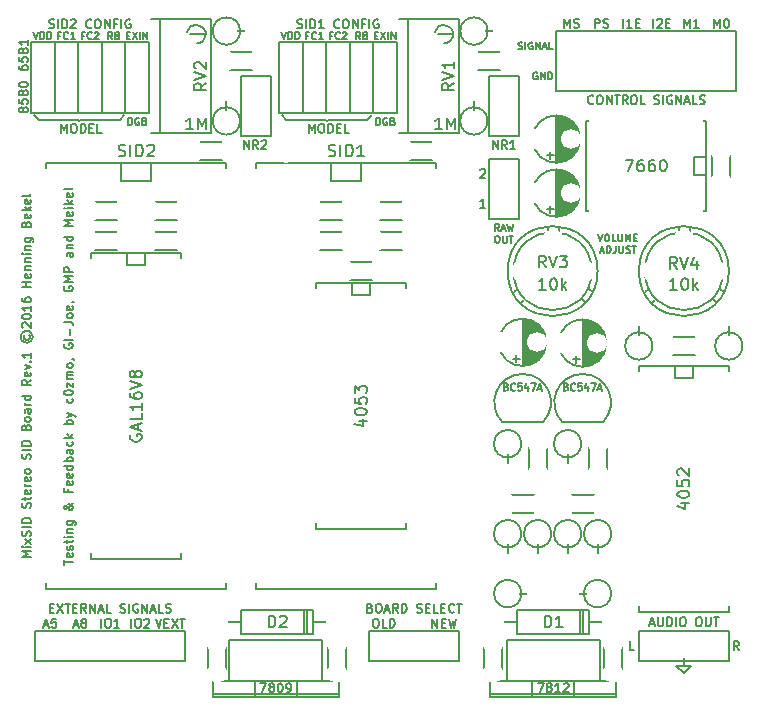
<source format=gto>
G04 #@! TF.FileFunction,Legend,Top*
%FSLAX46Y46*%
G04 Gerber Fmt 4.6, Leading zero omitted, Abs format (unit mm)*
G04 Created by KiCad (PCBNEW 4.0.2-stable) date 28.06.2016 09:41:55*
%MOMM*%
G01*
G04 APERTURE LIST*
%ADD10C,0.100000*%
%ADD11C,0.150000*%
%ADD12C,0.200000*%
%ADD13O,1.299160X1.901140*%
%ADD14C,1.924000*%
%ADD15C,2.127200*%
%ADD16R,2.127200X2.127200*%
%ADD17C,2.000000*%
%ADD18R,1.700000X1.700000*%
%ADD19C,1.700000*%
%ADD20O,2.000000X2.000000*%
%ADD21O,2.432000X2.940000*%
%ADD22C,1.797000*%
%ADD23R,1.924000X1.924000*%
%ADD24R,1.750000X1.750000*%
%ADD25C,1.750000*%
%ADD26O,2.127200X2.127200*%
G04 APERTURE END LIST*
D10*
D11*
X132304286Y-113772142D02*
X132304286Y-113343571D01*
X133054286Y-113557857D02*
X132304286Y-113557857D01*
X133018571Y-112807856D02*
X133054286Y-112879285D01*
X133054286Y-113022142D01*
X133018571Y-113093571D01*
X132947143Y-113129285D01*
X132661429Y-113129285D01*
X132590000Y-113093571D01*
X132554286Y-113022142D01*
X132554286Y-112879285D01*
X132590000Y-112807856D01*
X132661429Y-112772142D01*
X132732857Y-112772142D01*
X132804286Y-113129285D01*
X133018571Y-112486428D02*
X133054286Y-112414999D01*
X133054286Y-112272142D01*
X133018571Y-112200714D01*
X132947143Y-112164999D01*
X132911429Y-112164999D01*
X132840000Y-112200714D01*
X132804286Y-112272142D01*
X132804286Y-112379285D01*
X132768571Y-112450714D01*
X132697143Y-112486428D01*
X132661429Y-112486428D01*
X132590000Y-112450714D01*
X132554286Y-112379285D01*
X132554286Y-112272142D01*
X132590000Y-112200714D01*
X132554286Y-111950713D02*
X132554286Y-111664999D01*
X132304286Y-111843571D02*
X132947143Y-111843571D01*
X133018571Y-111807856D01*
X133054286Y-111736428D01*
X133054286Y-111664999D01*
X133054286Y-111415000D02*
X132554286Y-111415000D01*
X132304286Y-111415000D02*
X132340000Y-111450714D01*
X132375714Y-111415000D01*
X132340000Y-111379285D01*
X132304286Y-111415000D01*
X132375714Y-111415000D01*
X132554286Y-111057857D02*
X133054286Y-111057857D01*
X132625714Y-111057857D02*
X132590000Y-111022142D01*
X132554286Y-110950714D01*
X132554286Y-110843571D01*
X132590000Y-110772142D01*
X132661429Y-110736428D01*
X133054286Y-110736428D01*
X132554286Y-110057857D02*
X133161429Y-110057857D01*
X133232857Y-110093571D01*
X133268571Y-110129286D01*
X133304286Y-110200714D01*
X133304286Y-110307857D01*
X133268571Y-110379286D01*
X133018571Y-110057857D02*
X133054286Y-110129286D01*
X133054286Y-110272143D01*
X133018571Y-110343571D01*
X132982857Y-110379286D01*
X132911429Y-110415000D01*
X132697143Y-110415000D01*
X132625714Y-110379286D01*
X132590000Y-110343571D01*
X132554286Y-110272143D01*
X132554286Y-110129286D01*
X132590000Y-110057857D01*
X133054286Y-108522143D02*
X133054286Y-108557857D01*
X133018571Y-108629286D01*
X132911429Y-108736428D01*
X132697143Y-108915000D01*
X132590000Y-108986428D01*
X132482857Y-109022143D01*
X132411429Y-109022143D01*
X132340000Y-108986428D01*
X132304286Y-108915000D01*
X132304286Y-108879286D01*
X132340000Y-108807857D01*
X132411429Y-108772143D01*
X132447143Y-108772143D01*
X132518571Y-108807857D01*
X132554286Y-108843571D01*
X132697143Y-109057857D01*
X132732857Y-109093571D01*
X132804286Y-109129286D01*
X132911429Y-109129286D01*
X132982857Y-109093571D01*
X133018571Y-109057857D01*
X133054286Y-108986428D01*
X133054286Y-108879286D01*
X133018571Y-108807857D01*
X132982857Y-108772143D01*
X132840000Y-108665000D01*
X132732857Y-108629286D01*
X132661429Y-108629286D01*
X132661429Y-107379286D02*
X132661429Y-107629286D01*
X133054286Y-107629286D02*
X132304286Y-107629286D01*
X132304286Y-107272143D01*
X133018571Y-106700714D02*
X133054286Y-106772143D01*
X133054286Y-106915000D01*
X133018571Y-106986429D01*
X132947143Y-107022143D01*
X132661429Y-107022143D01*
X132590000Y-106986429D01*
X132554286Y-106915000D01*
X132554286Y-106772143D01*
X132590000Y-106700714D01*
X132661429Y-106665000D01*
X132732857Y-106665000D01*
X132804286Y-107022143D01*
X133018571Y-106057857D02*
X133054286Y-106129286D01*
X133054286Y-106272143D01*
X133018571Y-106343572D01*
X132947143Y-106379286D01*
X132661429Y-106379286D01*
X132590000Y-106343572D01*
X132554286Y-106272143D01*
X132554286Y-106129286D01*
X132590000Y-106057857D01*
X132661429Y-106022143D01*
X132732857Y-106022143D01*
X132804286Y-106379286D01*
X133054286Y-105379286D02*
X132304286Y-105379286D01*
X133018571Y-105379286D02*
X133054286Y-105450715D01*
X133054286Y-105593572D01*
X133018571Y-105665000D01*
X132982857Y-105700715D01*
X132911429Y-105736429D01*
X132697143Y-105736429D01*
X132625714Y-105700715D01*
X132590000Y-105665000D01*
X132554286Y-105593572D01*
X132554286Y-105450715D01*
X132590000Y-105379286D01*
X133054286Y-105022144D02*
X132304286Y-105022144D01*
X132590000Y-105022144D02*
X132554286Y-104950715D01*
X132554286Y-104807858D01*
X132590000Y-104736429D01*
X132625714Y-104700715D01*
X132697143Y-104665001D01*
X132911429Y-104665001D01*
X132982857Y-104700715D01*
X133018571Y-104736429D01*
X133054286Y-104807858D01*
X133054286Y-104950715D01*
X133018571Y-105022144D01*
X133054286Y-104022144D02*
X132661429Y-104022144D01*
X132590000Y-104057858D01*
X132554286Y-104129287D01*
X132554286Y-104272144D01*
X132590000Y-104343573D01*
X133018571Y-104022144D02*
X133054286Y-104093573D01*
X133054286Y-104272144D01*
X133018571Y-104343573D01*
X132947143Y-104379287D01*
X132875714Y-104379287D01*
X132804286Y-104343573D01*
X132768571Y-104272144D01*
X132768571Y-104093573D01*
X132732857Y-104022144D01*
X133018571Y-103343573D02*
X133054286Y-103415002D01*
X133054286Y-103557859D01*
X133018571Y-103629287D01*
X132982857Y-103665002D01*
X132911429Y-103700716D01*
X132697143Y-103700716D01*
X132625714Y-103665002D01*
X132590000Y-103629287D01*
X132554286Y-103557859D01*
X132554286Y-103415002D01*
X132590000Y-103343573D01*
X133054286Y-103022145D02*
X132304286Y-103022145D01*
X132768571Y-102950716D02*
X133054286Y-102736430D01*
X132554286Y-102736430D02*
X132840000Y-103022145D01*
X133054286Y-101843573D02*
X132304286Y-101843573D01*
X132590000Y-101843573D02*
X132554286Y-101772144D01*
X132554286Y-101629287D01*
X132590000Y-101557858D01*
X132625714Y-101522144D01*
X132697143Y-101486430D01*
X132911429Y-101486430D01*
X132982857Y-101522144D01*
X133018571Y-101557858D01*
X133054286Y-101629287D01*
X133054286Y-101772144D01*
X133018571Y-101843573D01*
X132554286Y-101236430D02*
X133054286Y-101057859D01*
X132554286Y-100879287D02*
X133054286Y-101057859D01*
X133232857Y-101129287D01*
X133268571Y-101165002D01*
X133304286Y-101236430D01*
X133018571Y-99700715D02*
X133054286Y-99772144D01*
X133054286Y-99915001D01*
X133018571Y-99986429D01*
X132982857Y-100022144D01*
X132911429Y-100057858D01*
X132697143Y-100057858D01*
X132625714Y-100022144D01*
X132590000Y-99986429D01*
X132554286Y-99915001D01*
X132554286Y-99772144D01*
X132590000Y-99700715D01*
X132304286Y-99236429D02*
X132304286Y-99165001D01*
X132340000Y-99093572D01*
X132375714Y-99057858D01*
X132447143Y-99022144D01*
X132590000Y-98986429D01*
X132768571Y-98986429D01*
X132911429Y-99022144D01*
X132982857Y-99057858D01*
X133018571Y-99093572D01*
X133054286Y-99165001D01*
X133054286Y-99236429D01*
X133018571Y-99307858D01*
X132982857Y-99343572D01*
X132911429Y-99379287D01*
X132768571Y-99415001D01*
X132590000Y-99415001D01*
X132447143Y-99379287D01*
X132375714Y-99343572D01*
X132340000Y-99307858D01*
X132304286Y-99236429D01*
X132554286Y-98736429D02*
X132554286Y-98343572D01*
X133054286Y-98736429D01*
X133054286Y-98343572D01*
X133054286Y-98057858D02*
X132554286Y-98057858D01*
X132625714Y-98057858D02*
X132590000Y-98022143D01*
X132554286Y-97950715D01*
X132554286Y-97843572D01*
X132590000Y-97772143D01*
X132661429Y-97736429D01*
X133054286Y-97736429D01*
X132661429Y-97736429D02*
X132590000Y-97700715D01*
X132554286Y-97629286D01*
X132554286Y-97522143D01*
X132590000Y-97450715D01*
X132661429Y-97415000D01*
X133054286Y-97415000D01*
X133054286Y-96950715D02*
X133018571Y-97022143D01*
X132982857Y-97057858D01*
X132911429Y-97093572D01*
X132697143Y-97093572D01*
X132625714Y-97057858D01*
X132590000Y-97022143D01*
X132554286Y-96950715D01*
X132554286Y-96843572D01*
X132590000Y-96772143D01*
X132625714Y-96736429D01*
X132697143Y-96700715D01*
X132911429Y-96700715D01*
X132982857Y-96736429D01*
X133018571Y-96772143D01*
X133054286Y-96843572D01*
X133054286Y-96950715D01*
X133018571Y-96343572D02*
X133054286Y-96343572D01*
X133125714Y-96379287D01*
X133161429Y-96415001D01*
X132340000Y-95057857D02*
X132304286Y-95129286D01*
X132304286Y-95236429D01*
X132340000Y-95343572D01*
X132411429Y-95415000D01*
X132482857Y-95450715D01*
X132625714Y-95486429D01*
X132732857Y-95486429D01*
X132875714Y-95450715D01*
X132947143Y-95415000D01*
X133018571Y-95343572D01*
X133054286Y-95236429D01*
X133054286Y-95165000D01*
X133018571Y-95057857D01*
X132982857Y-95022143D01*
X132732857Y-95022143D01*
X132732857Y-95165000D01*
X133054286Y-94700715D02*
X132304286Y-94700715D01*
X132768571Y-94343572D02*
X132768571Y-93772143D01*
X132304286Y-93200715D02*
X132840000Y-93200715D01*
X132947143Y-93236429D01*
X133018571Y-93307858D01*
X133054286Y-93415001D01*
X133054286Y-93486429D01*
X133054286Y-92736429D02*
X133018571Y-92807857D01*
X132982857Y-92843572D01*
X132911429Y-92879286D01*
X132697143Y-92879286D01*
X132625714Y-92843572D01*
X132590000Y-92807857D01*
X132554286Y-92736429D01*
X132554286Y-92629286D01*
X132590000Y-92557857D01*
X132625714Y-92522143D01*
X132697143Y-92486429D01*
X132911429Y-92486429D01*
X132982857Y-92522143D01*
X133018571Y-92557857D01*
X133054286Y-92629286D01*
X133054286Y-92736429D01*
X133018571Y-91879286D02*
X133054286Y-91950715D01*
X133054286Y-92093572D01*
X133018571Y-92165001D01*
X132947143Y-92200715D01*
X132661429Y-92200715D01*
X132590000Y-92165001D01*
X132554286Y-92093572D01*
X132554286Y-91950715D01*
X132590000Y-91879286D01*
X132661429Y-91843572D01*
X132732857Y-91843572D01*
X132804286Y-92200715D01*
X133018571Y-91486429D02*
X133054286Y-91486429D01*
X133125714Y-91522144D01*
X133161429Y-91557858D01*
X132340000Y-90200714D02*
X132304286Y-90272143D01*
X132304286Y-90379286D01*
X132340000Y-90486429D01*
X132411429Y-90557857D01*
X132482857Y-90593572D01*
X132625714Y-90629286D01*
X132732857Y-90629286D01*
X132875714Y-90593572D01*
X132947143Y-90557857D01*
X133018571Y-90486429D01*
X133054286Y-90379286D01*
X133054286Y-90307857D01*
X133018571Y-90200714D01*
X132982857Y-90165000D01*
X132732857Y-90165000D01*
X132732857Y-90307857D01*
X133054286Y-89843572D02*
X132304286Y-89843572D01*
X132840000Y-89593572D01*
X132304286Y-89343572D01*
X133054286Y-89343572D01*
X133054286Y-88986429D02*
X132304286Y-88986429D01*
X132304286Y-88700714D01*
X132340000Y-88629286D01*
X132375714Y-88593571D01*
X132447143Y-88557857D01*
X132554286Y-88557857D01*
X132625714Y-88593571D01*
X132661429Y-88629286D01*
X132697143Y-88700714D01*
X132697143Y-88986429D01*
X133054286Y-87343571D02*
X132661429Y-87343571D01*
X132590000Y-87379285D01*
X132554286Y-87450714D01*
X132554286Y-87593571D01*
X132590000Y-87665000D01*
X133018571Y-87343571D02*
X133054286Y-87415000D01*
X133054286Y-87593571D01*
X133018571Y-87665000D01*
X132947143Y-87700714D01*
X132875714Y-87700714D01*
X132804286Y-87665000D01*
X132768571Y-87593571D01*
X132768571Y-87415000D01*
X132732857Y-87343571D01*
X132554286Y-86986429D02*
X133054286Y-86986429D01*
X132625714Y-86986429D02*
X132590000Y-86950714D01*
X132554286Y-86879286D01*
X132554286Y-86772143D01*
X132590000Y-86700714D01*
X132661429Y-86665000D01*
X133054286Y-86665000D01*
X133054286Y-85986429D02*
X132304286Y-85986429D01*
X133018571Y-85986429D02*
X133054286Y-86057858D01*
X133054286Y-86200715D01*
X133018571Y-86272143D01*
X132982857Y-86307858D01*
X132911429Y-86343572D01*
X132697143Y-86343572D01*
X132625714Y-86307858D01*
X132590000Y-86272143D01*
X132554286Y-86200715D01*
X132554286Y-86057858D01*
X132590000Y-85986429D01*
X133054286Y-85057858D02*
X132304286Y-85057858D01*
X132840000Y-84807858D01*
X132304286Y-84557858D01*
X133054286Y-84557858D01*
X133018571Y-83915000D02*
X133054286Y-83986429D01*
X133054286Y-84129286D01*
X133018571Y-84200715D01*
X132947143Y-84236429D01*
X132661429Y-84236429D01*
X132590000Y-84200715D01*
X132554286Y-84129286D01*
X132554286Y-83986429D01*
X132590000Y-83915000D01*
X132661429Y-83879286D01*
X132732857Y-83879286D01*
X132804286Y-84236429D01*
X133054286Y-83557858D02*
X132554286Y-83557858D01*
X132304286Y-83557858D02*
X132340000Y-83593572D01*
X132375714Y-83557858D01*
X132340000Y-83522143D01*
X132304286Y-83557858D01*
X132375714Y-83557858D01*
X133054286Y-83200715D02*
X132304286Y-83200715D01*
X132768571Y-83129286D02*
X133054286Y-82915000D01*
X132554286Y-82915000D02*
X132840000Y-83200715D01*
X133018571Y-82307857D02*
X133054286Y-82379286D01*
X133054286Y-82522143D01*
X133018571Y-82593572D01*
X132947143Y-82629286D01*
X132661429Y-82629286D01*
X132590000Y-82593572D01*
X132554286Y-82522143D01*
X132554286Y-82379286D01*
X132590000Y-82307857D01*
X132661429Y-82272143D01*
X132732857Y-82272143D01*
X132804286Y-82629286D01*
X133054286Y-81843572D02*
X133018571Y-81915000D01*
X132947143Y-81950715D01*
X132304286Y-81950715D01*
X172364572Y-72090000D02*
X172307429Y-72061429D01*
X172221715Y-72061429D01*
X172136000Y-72090000D01*
X172078858Y-72147143D01*
X172050286Y-72204286D01*
X172021715Y-72318571D01*
X172021715Y-72404286D01*
X172050286Y-72518571D01*
X172078858Y-72575714D01*
X172136000Y-72632857D01*
X172221715Y-72661429D01*
X172278858Y-72661429D01*
X172364572Y-72632857D01*
X172393143Y-72604286D01*
X172393143Y-72404286D01*
X172278858Y-72404286D01*
X172650286Y-72661429D02*
X172650286Y-72061429D01*
X172993143Y-72661429D01*
X172993143Y-72061429D01*
X173278857Y-72661429D02*
X173278857Y-72061429D01*
X173421714Y-72061429D01*
X173507429Y-72090000D01*
X173564571Y-72147143D01*
X173593143Y-72204286D01*
X173621714Y-72318571D01*
X173621714Y-72404286D01*
X173593143Y-72518571D01*
X173564571Y-72575714D01*
X173507429Y-72632857D01*
X173421714Y-72661429D01*
X173278857Y-72661429D01*
X170764572Y-70092857D02*
X170850286Y-70121429D01*
X170993143Y-70121429D01*
X171050286Y-70092857D01*
X171078857Y-70064286D01*
X171107429Y-70007143D01*
X171107429Y-69950000D01*
X171078857Y-69892857D01*
X171050286Y-69864286D01*
X170993143Y-69835714D01*
X170878857Y-69807143D01*
X170821715Y-69778571D01*
X170793143Y-69750000D01*
X170764572Y-69692857D01*
X170764572Y-69635714D01*
X170793143Y-69578571D01*
X170821715Y-69550000D01*
X170878857Y-69521429D01*
X171021715Y-69521429D01*
X171107429Y-69550000D01*
X171364572Y-70121429D02*
X171364572Y-69521429D01*
X171964572Y-69550000D02*
X171907429Y-69521429D01*
X171821715Y-69521429D01*
X171736000Y-69550000D01*
X171678858Y-69607143D01*
X171650286Y-69664286D01*
X171621715Y-69778571D01*
X171621715Y-69864286D01*
X171650286Y-69978571D01*
X171678858Y-70035714D01*
X171736000Y-70092857D01*
X171821715Y-70121429D01*
X171878858Y-70121429D01*
X171964572Y-70092857D01*
X171993143Y-70064286D01*
X171993143Y-69864286D01*
X171878858Y-69864286D01*
X172250286Y-70121429D02*
X172250286Y-69521429D01*
X172593143Y-70121429D01*
X172593143Y-69521429D01*
X172850286Y-69950000D02*
X173136000Y-69950000D01*
X172793143Y-70121429D02*
X172993143Y-69521429D01*
X173193143Y-70121429D01*
X173678857Y-70121429D02*
X173393143Y-70121429D01*
X173393143Y-69521429D01*
D12*
X184785000Y-122936000D02*
X185420000Y-122301000D01*
X184150000Y-122301000D02*
X184785000Y-122936000D01*
X184785000Y-122936000D02*
X184150000Y-122301000D01*
X184150000Y-122301000D02*
X185420000Y-122301000D01*
X184785000Y-122301000D02*
X184150000Y-122301000D01*
X184785000Y-121539000D02*
X184785000Y-122301000D01*
D11*
X152053571Y-68303571D02*
X152160714Y-68339286D01*
X152339285Y-68339286D01*
X152410714Y-68303571D01*
X152446428Y-68267857D01*
X152482143Y-68196429D01*
X152482143Y-68125000D01*
X152446428Y-68053571D01*
X152410714Y-68017857D01*
X152339285Y-67982143D01*
X152196428Y-67946429D01*
X152125000Y-67910714D01*
X152089285Y-67875000D01*
X152053571Y-67803571D01*
X152053571Y-67732143D01*
X152089285Y-67660714D01*
X152125000Y-67625000D01*
X152196428Y-67589286D01*
X152375000Y-67589286D01*
X152482143Y-67625000D01*
X152803571Y-68339286D02*
X152803571Y-67589286D01*
X153160714Y-68339286D02*
X153160714Y-67589286D01*
X153339286Y-67589286D01*
X153446429Y-67625000D01*
X153517857Y-67696429D01*
X153553572Y-67767857D01*
X153589286Y-67910714D01*
X153589286Y-68017857D01*
X153553572Y-68160714D01*
X153517857Y-68232143D01*
X153446429Y-68303571D01*
X153339286Y-68339286D01*
X153160714Y-68339286D01*
X154303572Y-68339286D02*
X153875000Y-68339286D01*
X154089286Y-68339286D02*
X154089286Y-67589286D01*
X154017857Y-67696429D01*
X153946429Y-67767857D01*
X153875000Y-67803571D01*
X155625001Y-68267857D02*
X155589287Y-68303571D01*
X155482144Y-68339286D01*
X155410715Y-68339286D01*
X155303572Y-68303571D01*
X155232144Y-68232143D01*
X155196429Y-68160714D01*
X155160715Y-68017857D01*
X155160715Y-67910714D01*
X155196429Y-67767857D01*
X155232144Y-67696429D01*
X155303572Y-67625000D01*
X155410715Y-67589286D01*
X155482144Y-67589286D01*
X155589287Y-67625000D01*
X155625001Y-67660714D01*
X156089287Y-67589286D02*
X156232144Y-67589286D01*
X156303572Y-67625000D01*
X156375001Y-67696429D01*
X156410715Y-67839286D01*
X156410715Y-68089286D01*
X156375001Y-68232143D01*
X156303572Y-68303571D01*
X156232144Y-68339286D01*
X156089287Y-68339286D01*
X156017858Y-68303571D01*
X155946429Y-68232143D01*
X155910715Y-68089286D01*
X155910715Y-67839286D01*
X155946429Y-67696429D01*
X156017858Y-67625000D01*
X156089287Y-67589286D01*
X156732143Y-68339286D02*
X156732143Y-67589286D01*
X157160715Y-68339286D01*
X157160715Y-67589286D01*
X157767857Y-67946429D02*
X157517857Y-67946429D01*
X157517857Y-68339286D02*
X157517857Y-67589286D01*
X157875000Y-67589286D01*
X158160714Y-68339286D02*
X158160714Y-67589286D01*
X158910715Y-67625000D02*
X158839286Y-67589286D01*
X158732143Y-67589286D01*
X158625000Y-67625000D01*
X158553572Y-67696429D01*
X158517857Y-67767857D01*
X158482143Y-67910714D01*
X158482143Y-68017857D01*
X158517857Y-68160714D01*
X158553572Y-68232143D01*
X158625000Y-68303571D01*
X158732143Y-68339286D01*
X158803572Y-68339286D01*
X158910715Y-68303571D01*
X158946429Y-68267857D01*
X158946429Y-68017857D01*
X158803572Y-68017857D01*
X131053571Y-68303571D02*
X131160714Y-68339286D01*
X131339285Y-68339286D01*
X131410714Y-68303571D01*
X131446428Y-68267857D01*
X131482143Y-68196429D01*
X131482143Y-68125000D01*
X131446428Y-68053571D01*
X131410714Y-68017857D01*
X131339285Y-67982143D01*
X131196428Y-67946429D01*
X131125000Y-67910714D01*
X131089285Y-67875000D01*
X131053571Y-67803571D01*
X131053571Y-67732143D01*
X131089285Y-67660714D01*
X131125000Y-67625000D01*
X131196428Y-67589286D01*
X131375000Y-67589286D01*
X131482143Y-67625000D01*
X131803571Y-68339286D02*
X131803571Y-67589286D01*
X132160714Y-68339286D02*
X132160714Y-67589286D01*
X132339286Y-67589286D01*
X132446429Y-67625000D01*
X132517857Y-67696429D01*
X132553572Y-67767857D01*
X132589286Y-67910714D01*
X132589286Y-68017857D01*
X132553572Y-68160714D01*
X132517857Y-68232143D01*
X132446429Y-68303571D01*
X132339286Y-68339286D01*
X132160714Y-68339286D01*
X132875000Y-67660714D02*
X132910714Y-67625000D01*
X132982143Y-67589286D01*
X133160714Y-67589286D01*
X133232143Y-67625000D01*
X133267857Y-67660714D01*
X133303572Y-67732143D01*
X133303572Y-67803571D01*
X133267857Y-67910714D01*
X132839286Y-68339286D01*
X133303572Y-68339286D01*
X134625001Y-68267857D02*
X134589287Y-68303571D01*
X134482144Y-68339286D01*
X134410715Y-68339286D01*
X134303572Y-68303571D01*
X134232144Y-68232143D01*
X134196429Y-68160714D01*
X134160715Y-68017857D01*
X134160715Y-67910714D01*
X134196429Y-67767857D01*
X134232144Y-67696429D01*
X134303572Y-67625000D01*
X134410715Y-67589286D01*
X134482144Y-67589286D01*
X134589287Y-67625000D01*
X134625001Y-67660714D01*
X135089287Y-67589286D02*
X135232144Y-67589286D01*
X135303572Y-67625000D01*
X135375001Y-67696429D01*
X135410715Y-67839286D01*
X135410715Y-68089286D01*
X135375001Y-68232143D01*
X135303572Y-68303571D01*
X135232144Y-68339286D01*
X135089287Y-68339286D01*
X135017858Y-68303571D01*
X134946429Y-68232143D01*
X134910715Y-68089286D01*
X134910715Y-67839286D01*
X134946429Y-67696429D01*
X135017858Y-67625000D01*
X135089287Y-67589286D01*
X135732143Y-68339286D02*
X135732143Y-67589286D01*
X136160715Y-68339286D01*
X136160715Y-67589286D01*
X136767857Y-67946429D02*
X136517857Y-67946429D01*
X136517857Y-68339286D02*
X136517857Y-67589286D01*
X136875000Y-67589286D01*
X137160714Y-68339286D02*
X137160714Y-67589286D01*
X137910715Y-67625000D02*
X137839286Y-67589286D01*
X137732143Y-67589286D01*
X137625000Y-67625000D01*
X137553572Y-67696429D01*
X137517857Y-67767857D01*
X137482143Y-67910714D01*
X137482143Y-68017857D01*
X137517857Y-68160714D01*
X137553572Y-68232143D01*
X137625000Y-68303571D01*
X137732143Y-68339286D01*
X137803572Y-68339286D01*
X137910715Y-68303571D01*
X137946429Y-68267857D01*
X137946429Y-68017857D01*
X137803572Y-68017857D01*
X158742857Y-76521429D02*
X158742857Y-75921429D01*
X158885714Y-75921429D01*
X158971429Y-75950000D01*
X159028571Y-76007143D01*
X159057143Y-76064286D01*
X159085714Y-76178571D01*
X159085714Y-76264286D01*
X159057143Y-76378571D01*
X159028571Y-76435714D01*
X158971429Y-76492857D01*
X158885714Y-76521429D01*
X158742857Y-76521429D01*
X159657143Y-75950000D02*
X159600000Y-75921429D01*
X159514286Y-75921429D01*
X159428571Y-75950000D01*
X159371429Y-76007143D01*
X159342857Y-76064286D01*
X159314286Y-76178571D01*
X159314286Y-76264286D01*
X159342857Y-76378571D01*
X159371429Y-76435714D01*
X159428571Y-76492857D01*
X159514286Y-76521429D01*
X159571429Y-76521429D01*
X159657143Y-76492857D01*
X159685714Y-76464286D01*
X159685714Y-76264286D01*
X159571429Y-76264286D01*
X160142857Y-76207143D02*
X160228571Y-76235714D01*
X160257143Y-76264286D01*
X160285714Y-76321429D01*
X160285714Y-76407143D01*
X160257143Y-76464286D01*
X160228571Y-76492857D01*
X160171429Y-76521429D01*
X159942857Y-76521429D01*
X159942857Y-75921429D01*
X160142857Y-75921429D01*
X160200000Y-75950000D01*
X160228571Y-75978571D01*
X160257143Y-76035714D01*
X160257143Y-76092857D01*
X160228571Y-76150000D01*
X160200000Y-76178571D01*
X160142857Y-76207143D01*
X159942857Y-76207143D01*
X137742857Y-76521429D02*
X137742857Y-75921429D01*
X137885714Y-75921429D01*
X137971429Y-75950000D01*
X138028571Y-76007143D01*
X138057143Y-76064286D01*
X138085714Y-76178571D01*
X138085714Y-76264286D01*
X138057143Y-76378571D01*
X138028571Y-76435714D01*
X137971429Y-76492857D01*
X137885714Y-76521429D01*
X137742857Y-76521429D01*
X138657143Y-75950000D02*
X138600000Y-75921429D01*
X138514286Y-75921429D01*
X138428571Y-75950000D01*
X138371429Y-76007143D01*
X138342857Y-76064286D01*
X138314286Y-76178571D01*
X138314286Y-76264286D01*
X138342857Y-76378571D01*
X138371429Y-76435714D01*
X138428571Y-76492857D01*
X138514286Y-76521429D01*
X138571429Y-76521429D01*
X138657143Y-76492857D01*
X138685714Y-76464286D01*
X138685714Y-76264286D01*
X138571429Y-76264286D01*
X139142857Y-76207143D02*
X139228571Y-76235714D01*
X139257143Y-76264286D01*
X139285714Y-76321429D01*
X139285714Y-76407143D01*
X139257143Y-76464286D01*
X139228571Y-76492857D01*
X139171429Y-76521429D01*
X138942857Y-76521429D01*
X138942857Y-75921429D01*
X139142857Y-75921429D01*
X139200000Y-75950000D01*
X139228571Y-75978571D01*
X139257143Y-76035714D01*
X139257143Y-76092857D01*
X139228571Y-76150000D01*
X139200000Y-76178571D01*
X139142857Y-76207143D01*
X138942857Y-76207143D01*
X158628572Y-68957143D02*
X158828572Y-68957143D01*
X158914286Y-69271429D02*
X158628572Y-69271429D01*
X158628572Y-68671429D01*
X158914286Y-68671429D01*
X159114286Y-68671429D02*
X159514286Y-69271429D01*
X159514286Y-68671429D02*
X159114286Y-69271429D01*
X159742858Y-69271429D02*
X159742858Y-68671429D01*
X160028572Y-69271429D02*
X160028572Y-68671429D01*
X160371429Y-69271429D01*
X160371429Y-68671429D01*
X157400000Y-69271429D02*
X157200000Y-68985714D01*
X157057143Y-69271429D02*
X157057143Y-68671429D01*
X157285715Y-68671429D01*
X157342857Y-68700000D01*
X157371429Y-68728571D01*
X157400000Y-68785714D01*
X157400000Y-68871429D01*
X157371429Y-68928571D01*
X157342857Y-68957143D01*
X157285715Y-68985714D01*
X157057143Y-68985714D01*
X157742857Y-68928571D02*
X157685715Y-68900000D01*
X157657143Y-68871429D01*
X157628572Y-68814286D01*
X157628572Y-68785714D01*
X157657143Y-68728571D01*
X157685715Y-68700000D01*
X157742857Y-68671429D01*
X157857143Y-68671429D01*
X157914286Y-68700000D01*
X157942857Y-68728571D01*
X157971429Y-68785714D01*
X157971429Y-68814286D01*
X157942857Y-68871429D01*
X157914286Y-68900000D01*
X157857143Y-68928571D01*
X157742857Y-68928571D01*
X157685715Y-68957143D01*
X157657143Y-68985714D01*
X157628572Y-69042857D01*
X157628572Y-69157143D01*
X157657143Y-69214286D01*
X157685715Y-69242857D01*
X157742857Y-69271429D01*
X157857143Y-69271429D01*
X157914286Y-69242857D01*
X157942857Y-69214286D01*
X157971429Y-69157143D01*
X157971429Y-69042857D01*
X157942857Y-68985714D01*
X157914286Y-68957143D01*
X157857143Y-68928571D01*
X155000000Y-68957143D02*
X154800000Y-68957143D01*
X154800000Y-69271429D02*
X154800000Y-68671429D01*
X155085714Y-68671429D01*
X155657143Y-69214286D02*
X155628572Y-69242857D01*
X155542858Y-69271429D01*
X155485715Y-69271429D01*
X155400000Y-69242857D01*
X155342858Y-69185714D01*
X155314286Y-69128571D01*
X155285715Y-69014286D01*
X155285715Y-68928571D01*
X155314286Y-68814286D01*
X155342858Y-68757143D01*
X155400000Y-68700000D01*
X155485715Y-68671429D01*
X155542858Y-68671429D01*
X155628572Y-68700000D01*
X155657143Y-68728571D01*
X155885715Y-68728571D02*
X155914286Y-68700000D01*
X155971429Y-68671429D01*
X156114286Y-68671429D01*
X156171429Y-68700000D01*
X156200000Y-68728571D01*
X156228572Y-68785714D01*
X156228572Y-68842857D01*
X156200000Y-68928571D01*
X155857143Y-69271429D01*
X156228572Y-69271429D01*
X153000000Y-68957143D02*
X152800000Y-68957143D01*
X152800000Y-69271429D02*
X152800000Y-68671429D01*
X153085714Y-68671429D01*
X153657143Y-69214286D02*
X153628572Y-69242857D01*
X153542858Y-69271429D01*
X153485715Y-69271429D01*
X153400000Y-69242857D01*
X153342858Y-69185714D01*
X153314286Y-69128571D01*
X153285715Y-69014286D01*
X153285715Y-68928571D01*
X153314286Y-68814286D01*
X153342858Y-68757143D01*
X153400000Y-68700000D01*
X153485715Y-68671429D01*
X153542858Y-68671429D01*
X153628572Y-68700000D01*
X153657143Y-68728571D01*
X154228572Y-69271429D02*
X153885715Y-69271429D01*
X154057143Y-69271429D02*
X154057143Y-68671429D01*
X154000000Y-68757143D01*
X153942858Y-68814286D01*
X153885715Y-68842857D01*
X150700000Y-68671429D02*
X150900000Y-69271429D01*
X151100000Y-68671429D01*
X151300000Y-69271429D02*
X151300000Y-68671429D01*
X151442857Y-68671429D01*
X151528572Y-68700000D01*
X151585714Y-68757143D01*
X151614286Y-68814286D01*
X151642857Y-68928571D01*
X151642857Y-69014286D01*
X151614286Y-69128571D01*
X151585714Y-69185714D01*
X151528572Y-69242857D01*
X151442857Y-69271429D01*
X151300000Y-69271429D01*
X151900000Y-69271429D02*
X151900000Y-68671429D01*
X152042857Y-68671429D01*
X152128572Y-68700000D01*
X152185714Y-68757143D01*
X152214286Y-68814286D01*
X152242857Y-68928571D01*
X152242857Y-69014286D01*
X152214286Y-69128571D01*
X152185714Y-69185714D01*
X152128572Y-69242857D01*
X152042857Y-69271429D01*
X151900000Y-69271429D01*
X137628572Y-68957143D02*
X137828572Y-68957143D01*
X137914286Y-69271429D02*
X137628572Y-69271429D01*
X137628572Y-68671429D01*
X137914286Y-68671429D01*
X138114286Y-68671429D02*
X138514286Y-69271429D01*
X138514286Y-68671429D02*
X138114286Y-69271429D01*
X138742858Y-69271429D02*
X138742858Y-68671429D01*
X139028572Y-69271429D02*
X139028572Y-68671429D01*
X139371429Y-69271429D01*
X139371429Y-68671429D01*
X136400000Y-69271429D02*
X136200000Y-68985714D01*
X136057143Y-69271429D02*
X136057143Y-68671429D01*
X136285715Y-68671429D01*
X136342857Y-68700000D01*
X136371429Y-68728571D01*
X136400000Y-68785714D01*
X136400000Y-68871429D01*
X136371429Y-68928571D01*
X136342857Y-68957143D01*
X136285715Y-68985714D01*
X136057143Y-68985714D01*
X136742857Y-68928571D02*
X136685715Y-68900000D01*
X136657143Y-68871429D01*
X136628572Y-68814286D01*
X136628572Y-68785714D01*
X136657143Y-68728571D01*
X136685715Y-68700000D01*
X136742857Y-68671429D01*
X136857143Y-68671429D01*
X136914286Y-68700000D01*
X136942857Y-68728571D01*
X136971429Y-68785714D01*
X136971429Y-68814286D01*
X136942857Y-68871429D01*
X136914286Y-68900000D01*
X136857143Y-68928571D01*
X136742857Y-68928571D01*
X136685715Y-68957143D01*
X136657143Y-68985714D01*
X136628572Y-69042857D01*
X136628572Y-69157143D01*
X136657143Y-69214286D01*
X136685715Y-69242857D01*
X136742857Y-69271429D01*
X136857143Y-69271429D01*
X136914286Y-69242857D01*
X136942857Y-69214286D01*
X136971429Y-69157143D01*
X136971429Y-69042857D01*
X136942857Y-68985714D01*
X136914286Y-68957143D01*
X136857143Y-68928571D01*
X134000000Y-68957143D02*
X133800000Y-68957143D01*
X133800000Y-69271429D02*
X133800000Y-68671429D01*
X134085714Y-68671429D01*
X134657143Y-69214286D02*
X134628572Y-69242857D01*
X134542858Y-69271429D01*
X134485715Y-69271429D01*
X134400000Y-69242857D01*
X134342858Y-69185714D01*
X134314286Y-69128571D01*
X134285715Y-69014286D01*
X134285715Y-68928571D01*
X134314286Y-68814286D01*
X134342858Y-68757143D01*
X134400000Y-68700000D01*
X134485715Y-68671429D01*
X134542858Y-68671429D01*
X134628572Y-68700000D01*
X134657143Y-68728571D01*
X134885715Y-68728571D02*
X134914286Y-68700000D01*
X134971429Y-68671429D01*
X135114286Y-68671429D01*
X135171429Y-68700000D01*
X135200000Y-68728571D01*
X135228572Y-68785714D01*
X135228572Y-68842857D01*
X135200000Y-68928571D01*
X134857143Y-69271429D01*
X135228572Y-69271429D01*
X132000000Y-68957143D02*
X131800000Y-68957143D01*
X131800000Y-69271429D02*
X131800000Y-68671429D01*
X132085714Y-68671429D01*
X132657143Y-69214286D02*
X132628572Y-69242857D01*
X132542858Y-69271429D01*
X132485715Y-69271429D01*
X132400000Y-69242857D01*
X132342858Y-69185714D01*
X132314286Y-69128571D01*
X132285715Y-69014286D01*
X132285715Y-68928571D01*
X132314286Y-68814286D01*
X132342858Y-68757143D01*
X132400000Y-68700000D01*
X132485715Y-68671429D01*
X132542858Y-68671429D01*
X132628572Y-68700000D01*
X132657143Y-68728571D01*
X133228572Y-69271429D02*
X132885715Y-69271429D01*
X133057143Y-69271429D02*
X133057143Y-68671429D01*
X133000000Y-68757143D01*
X132942858Y-68814286D01*
X132885715Y-68842857D01*
X167552714Y-80305714D02*
X167588428Y-80270000D01*
X167659857Y-80234286D01*
X167838428Y-80234286D01*
X167909857Y-80270000D01*
X167945571Y-80305714D01*
X167981286Y-80377143D01*
X167981286Y-80448571D01*
X167945571Y-80555714D01*
X167517000Y-80984286D01*
X167981286Y-80984286D01*
X167981286Y-83524286D02*
X167552714Y-83524286D01*
X167767000Y-83524286D02*
X167767000Y-82774286D01*
X167695571Y-82881429D01*
X167624143Y-82952857D01*
X167552714Y-82988571D01*
X169130714Y-85501429D02*
X168930714Y-85215714D01*
X168787857Y-85501429D02*
X168787857Y-84901429D01*
X169016429Y-84901429D01*
X169073571Y-84930000D01*
X169102143Y-84958571D01*
X169130714Y-85015714D01*
X169130714Y-85101429D01*
X169102143Y-85158571D01*
X169073571Y-85187143D01*
X169016429Y-85215714D01*
X168787857Y-85215714D01*
X169359286Y-85330000D02*
X169645000Y-85330000D01*
X169302143Y-85501429D02*
X169502143Y-84901429D01*
X169702143Y-85501429D01*
X169845000Y-84901429D02*
X169987857Y-85501429D01*
X170102143Y-85072857D01*
X170216429Y-85501429D01*
X170359286Y-84901429D01*
X168945001Y-85891429D02*
X169059287Y-85891429D01*
X169116429Y-85920000D01*
X169173572Y-85977143D01*
X169202144Y-86091429D01*
X169202144Y-86291429D01*
X169173572Y-86405714D01*
X169116429Y-86462857D01*
X169059287Y-86491429D01*
X168945001Y-86491429D01*
X168887858Y-86462857D01*
X168830715Y-86405714D01*
X168802144Y-86291429D01*
X168802144Y-86091429D01*
X168830715Y-85977143D01*
X168887858Y-85920000D01*
X168945001Y-85891429D01*
X169459286Y-85891429D02*
X169459286Y-86377143D01*
X169487858Y-86434286D01*
X169516429Y-86462857D01*
X169573572Y-86491429D01*
X169687858Y-86491429D01*
X169745000Y-86462857D01*
X169773572Y-86434286D01*
X169802143Y-86377143D01*
X169802143Y-85891429D01*
X170002143Y-85891429D02*
X170345000Y-85891429D01*
X170173571Y-86491429D02*
X170173571Y-85891429D01*
D12*
X154428000Y-76089000D02*
X151126000Y-76089000D01*
X154682000Y-76089000D02*
X157984000Y-76089000D01*
X154555000Y-76216000D02*
X154682000Y-76089000D01*
X154555000Y-76216000D02*
X154428000Y-76089000D01*
X133727000Y-76089000D02*
X137029000Y-76089000D01*
X133473000Y-76089000D02*
X130171000Y-76089000D01*
X133600000Y-76216000D02*
X133727000Y-76089000D01*
X133600000Y-76216000D02*
X133473000Y-76089000D01*
D11*
X174841071Y-98699643D02*
X174926785Y-98728214D01*
X174955357Y-98756786D01*
X174983928Y-98813929D01*
X174983928Y-98899643D01*
X174955357Y-98956786D01*
X174926785Y-98985357D01*
X174869643Y-99013929D01*
X174641071Y-99013929D01*
X174641071Y-98413929D01*
X174841071Y-98413929D01*
X174898214Y-98442500D01*
X174926785Y-98471071D01*
X174955357Y-98528214D01*
X174955357Y-98585357D01*
X174926785Y-98642500D01*
X174898214Y-98671071D01*
X174841071Y-98699643D01*
X174641071Y-98699643D01*
X175583928Y-98956786D02*
X175555357Y-98985357D01*
X175469643Y-99013929D01*
X175412500Y-99013929D01*
X175326785Y-98985357D01*
X175269643Y-98928214D01*
X175241071Y-98871071D01*
X175212500Y-98756786D01*
X175212500Y-98671071D01*
X175241071Y-98556786D01*
X175269643Y-98499643D01*
X175326785Y-98442500D01*
X175412500Y-98413929D01*
X175469643Y-98413929D01*
X175555357Y-98442500D01*
X175583928Y-98471071D01*
X176126785Y-98413929D02*
X175841071Y-98413929D01*
X175812500Y-98699643D01*
X175841071Y-98671071D01*
X175898214Y-98642500D01*
X176041071Y-98642500D01*
X176098214Y-98671071D01*
X176126785Y-98699643D01*
X176155357Y-98756786D01*
X176155357Y-98899643D01*
X176126785Y-98956786D01*
X176098214Y-98985357D01*
X176041071Y-99013929D01*
X175898214Y-99013929D01*
X175841071Y-98985357D01*
X175812500Y-98956786D01*
X176669643Y-98613929D02*
X176669643Y-99013929D01*
X176526786Y-98385357D02*
X176383929Y-98813929D01*
X176755357Y-98813929D01*
X176926786Y-98413929D02*
X177326786Y-98413929D01*
X177069643Y-99013929D01*
X177526787Y-98842500D02*
X177812501Y-98842500D01*
X177469644Y-99013929D02*
X177669644Y-98413929D01*
X177869644Y-99013929D01*
X169761071Y-98699643D02*
X169846785Y-98728214D01*
X169875357Y-98756786D01*
X169903928Y-98813929D01*
X169903928Y-98899643D01*
X169875357Y-98956786D01*
X169846785Y-98985357D01*
X169789643Y-99013929D01*
X169561071Y-99013929D01*
X169561071Y-98413929D01*
X169761071Y-98413929D01*
X169818214Y-98442500D01*
X169846785Y-98471071D01*
X169875357Y-98528214D01*
X169875357Y-98585357D01*
X169846785Y-98642500D01*
X169818214Y-98671071D01*
X169761071Y-98699643D01*
X169561071Y-98699643D01*
X170503928Y-98956786D02*
X170475357Y-98985357D01*
X170389643Y-99013929D01*
X170332500Y-99013929D01*
X170246785Y-98985357D01*
X170189643Y-98928214D01*
X170161071Y-98871071D01*
X170132500Y-98756786D01*
X170132500Y-98671071D01*
X170161071Y-98556786D01*
X170189643Y-98499643D01*
X170246785Y-98442500D01*
X170332500Y-98413929D01*
X170389643Y-98413929D01*
X170475357Y-98442500D01*
X170503928Y-98471071D01*
X171046785Y-98413929D02*
X170761071Y-98413929D01*
X170732500Y-98699643D01*
X170761071Y-98671071D01*
X170818214Y-98642500D01*
X170961071Y-98642500D01*
X171018214Y-98671071D01*
X171046785Y-98699643D01*
X171075357Y-98756786D01*
X171075357Y-98899643D01*
X171046785Y-98956786D01*
X171018214Y-98985357D01*
X170961071Y-99013929D01*
X170818214Y-99013929D01*
X170761071Y-98985357D01*
X170732500Y-98956786D01*
X171589643Y-98613929D02*
X171589643Y-99013929D01*
X171446786Y-98385357D02*
X171303929Y-98813929D01*
X171675357Y-98813929D01*
X171846786Y-98413929D02*
X172246786Y-98413929D01*
X171989643Y-99013929D01*
X172446787Y-98842500D02*
X172732501Y-98842500D01*
X172389644Y-99013929D02*
X172589644Y-98413929D01*
X172789644Y-99013929D01*
X177127857Y-74689857D02*
X177092143Y-74725571D01*
X176985000Y-74761286D01*
X176913571Y-74761286D01*
X176806428Y-74725571D01*
X176735000Y-74654143D01*
X176699285Y-74582714D01*
X176663571Y-74439857D01*
X176663571Y-74332714D01*
X176699285Y-74189857D01*
X176735000Y-74118429D01*
X176806428Y-74047000D01*
X176913571Y-74011286D01*
X176985000Y-74011286D01*
X177092143Y-74047000D01*
X177127857Y-74082714D01*
X177592143Y-74011286D02*
X177735000Y-74011286D01*
X177806428Y-74047000D01*
X177877857Y-74118429D01*
X177913571Y-74261286D01*
X177913571Y-74511286D01*
X177877857Y-74654143D01*
X177806428Y-74725571D01*
X177735000Y-74761286D01*
X177592143Y-74761286D01*
X177520714Y-74725571D01*
X177449285Y-74654143D01*
X177413571Y-74511286D01*
X177413571Y-74261286D01*
X177449285Y-74118429D01*
X177520714Y-74047000D01*
X177592143Y-74011286D01*
X178234999Y-74761286D02*
X178234999Y-74011286D01*
X178663571Y-74761286D01*
X178663571Y-74011286D01*
X178913571Y-74011286D02*
X179342142Y-74011286D01*
X179127856Y-74761286D02*
X179127856Y-74011286D01*
X180020714Y-74761286D02*
X179770714Y-74404143D01*
X179592142Y-74761286D02*
X179592142Y-74011286D01*
X179877857Y-74011286D01*
X179949285Y-74047000D01*
X179985000Y-74082714D01*
X180020714Y-74154143D01*
X180020714Y-74261286D01*
X179985000Y-74332714D01*
X179949285Y-74368429D01*
X179877857Y-74404143D01*
X179592142Y-74404143D01*
X180485000Y-74011286D02*
X180627857Y-74011286D01*
X180699285Y-74047000D01*
X180770714Y-74118429D01*
X180806428Y-74261286D01*
X180806428Y-74511286D01*
X180770714Y-74654143D01*
X180699285Y-74725571D01*
X180627857Y-74761286D01*
X180485000Y-74761286D01*
X180413571Y-74725571D01*
X180342142Y-74654143D01*
X180306428Y-74511286D01*
X180306428Y-74261286D01*
X180342142Y-74118429D01*
X180413571Y-74047000D01*
X180485000Y-74011286D01*
X181484999Y-74761286D02*
X181127856Y-74761286D01*
X181127856Y-74011286D01*
X182270714Y-74725571D02*
X182377857Y-74761286D01*
X182556428Y-74761286D01*
X182627857Y-74725571D01*
X182663571Y-74689857D01*
X182699286Y-74618429D01*
X182699286Y-74547000D01*
X182663571Y-74475571D01*
X182627857Y-74439857D01*
X182556428Y-74404143D01*
X182413571Y-74368429D01*
X182342143Y-74332714D01*
X182306428Y-74297000D01*
X182270714Y-74225571D01*
X182270714Y-74154143D01*
X182306428Y-74082714D01*
X182342143Y-74047000D01*
X182413571Y-74011286D01*
X182592143Y-74011286D01*
X182699286Y-74047000D01*
X183020714Y-74761286D02*
X183020714Y-74011286D01*
X183770715Y-74047000D02*
X183699286Y-74011286D01*
X183592143Y-74011286D01*
X183485000Y-74047000D01*
X183413572Y-74118429D01*
X183377857Y-74189857D01*
X183342143Y-74332714D01*
X183342143Y-74439857D01*
X183377857Y-74582714D01*
X183413572Y-74654143D01*
X183485000Y-74725571D01*
X183592143Y-74761286D01*
X183663572Y-74761286D01*
X183770715Y-74725571D01*
X183806429Y-74689857D01*
X183806429Y-74439857D01*
X183663572Y-74439857D01*
X184127857Y-74761286D02*
X184127857Y-74011286D01*
X184556429Y-74761286D01*
X184556429Y-74011286D01*
X184877857Y-74547000D02*
X185235000Y-74547000D01*
X184806429Y-74761286D02*
X185056429Y-74011286D01*
X185306429Y-74761286D01*
X185913571Y-74761286D02*
X185556428Y-74761286D01*
X185556428Y-74011286D01*
X186127857Y-74725571D02*
X186235000Y-74761286D01*
X186413571Y-74761286D01*
X186485000Y-74725571D01*
X186520714Y-74689857D01*
X186556429Y-74618429D01*
X186556429Y-74547000D01*
X186520714Y-74475571D01*
X186485000Y-74439857D01*
X186413571Y-74404143D01*
X186270714Y-74368429D01*
X186199286Y-74332714D01*
X186163571Y-74297000D01*
X186127857Y-74225571D01*
X186127857Y-74154143D01*
X186163571Y-74082714D01*
X186199286Y-74047000D01*
X186270714Y-74011286D01*
X186449286Y-74011286D01*
X186556429Y-74047000D01*
D12*
X150745000Y-75708000D02*
X151126000Y-76089000D01*
X158365000Y-75708000D02*
X157984000Y-76089000D01*
D11*
X153021286Y-77190286D02*
X153021286Y-76440286D01*
X153271286Y-76976000D01*
X153521286Y-76440286D01*
X153521286Y-77190286D01*
X154021287Y-76440286D02*
X154164144Y-76440286D01*
X154235572Y-76476000D01*
X154307001Y-76547429D01*
X154342715Y-76690286D01*
X154342715Y-76940286D01*
X154307001Y-77083143D01*
X154235572Y-77154571D01*
X154164144Y-77190286D01*
X154021287Y-77190286D01*
X153949858Y-77154571D01*
X153878429Y-77083143D01*
X153842715Y-76940286D01*
X153842715Y-76690286D01*
X153878429Y-76547429D01*
X153949858Y-76476000D01*
X154021287Y-76440286D01*
X154664143Y-77190286D02*
X154664143Y-76440286D01*
X154842715Y-76440286D01*
X154949858Y-76476000D01*
X155021286Y-76547429D01*
X155057001Y-76618857D01*
X155092715Y-76761714D01*
X155092715Y-76868857D01*
X155057001Y-77011714D01*
X155021286Y-77083143D01*
X154949858Y-77154571D01*
X154842715Y-77190286D01*
X154664143Y-77190286D01*
X155414143Y-76797429D02*
X155664143Y-76797429D01*
X155771286Y-77190286D02*
X155414143Y-77190286D01*
X155414143Y-76440286D01*
X155771286Y-76440286D01*
X156449857Y-77190286D02*
X156092714Y-77190286D01*
X156092714Y-76440286D01*
X132066286Y-77190286D02*
X132066286Y-76440286D01*
X132316286Y-76976000D01*
X132566286Y-76440286D01*
X132566286Y-77190286D01*
X133066287Y-76440286D02*
X133209144Y-76440286D01*
X133280572Y-76476000D01*
X133352001Y-76547429D01*
X133387715Y-76690286D01*
X133387715Y-76940286D01*
X133352001Y-77083143D01*
X133280572Y-77154571D01*
X133209144Y-77190286D01*
X133066287Y-77190286D01*
X132994858Y-77154571D01*
X132923429Y-77083143D01*
X132887715Y-76940286D01*
X132887715Y-76690286D01*
X132923429Y-76547429D01*
X132994858Y-76476000D01*
X133066287Y-76440286D01*
X133709143Y-77190286D02*
X133709143Y-76440286D01*
X133887715Y-76440286D01*
X133994858Y-76476000D01*
X134066286Y-76547429D01*
X134102001Y-76618857D01*
X134137715Y-76761714D01*
X134137715Y-76868857D01*
X134102001Y-77011714D01*
X134066286Y-77083143D01*
X133994858Y-77154571D01*
X133887715Y-77190286D01*
X133709143Y-77190286D01*
X134459143Y-76797429D02*
X134709143Y-76797429D01*
X134816286Y-77190286D02*
X134459143Y-77190286D01*
X134459143Y-76440286D01*
X134816286Y-76440286D01*
X135494857Y-77190286D02*
X135137714Y-77190286D01*
X135137714Y-76440286D01*
D12*
X137410000Y-75708000D02*
X137029000Y-76089000D01*
X129790000Y-75708000D02*
X130171000Y-76089000D01*
D11*
X129498286Y-113111430D02*
X128748286Y-113111430D01*
X129284000Y-112861430D01*
X128748286Y-112611430D01*
X129498286Y-112611430D01*
X129498286Y-112254287D02*
X128998286Y-112254287D01*
X128748286Y-112254287D02*
X128784000Y-112290001D01*
X128819714Y-112254287D01*
X128784000Y-112218572D01*
X128748286Y-112254287D01*
X128819714Y-112254287D01*
X129498286Y-111968572D02*
X128998286Y-111575715D01*
X128998286Y-111968572D02*
X129498286Y-111575715D01*
X129462571Y-111325715D02*
X129498286Y-111218572D01*
X129498286Y-111040001D01*
X129462571Y-110968572D01*
X129426857Y-110932858D01*
X129355429Y-110897143D01*
X129284000Y-110897143D01*
X129212571Y-110932858D01*
X129176857Y-110968572D01*
X129141143Y-111040001D01*
X129105429Y-111182858D01*
X129069714Y-111254286D01*
X129034000Y-111290001D01*
X128962571Y-111325715D01*
X128891143Y-111325715D01*
X128819714Y-111290001D01*
X128784000Y-111254286D01*
X128748286Y-111182858D01*
X128748286Y-111004286D01*
X128784000Y-110897143D01*
X129498286Y-110575715D02*
X128748286Y-110575715D01*
X129498286Y-110218572D02*
X128748286Y-110218572D01*
X128748286Y-110040000D01*
X128784000Y-109932857D01*
X128855429Y-109861429D01*
X128926857Y-109825714D01*
X129069714Y-109790000D01*
X129176857Y-109790000D01*
X129319714Y-109825714D01*
X129391143Y-109861429D01*
X129462571Y-109932857D01*
X129498286Y-110040000D01*
X129498286Y-110218572D01*
X129462571Y-108932857D02*
X129498286Y-108825714D01*
X129498286Y-108647143D01*
X129462571Y-108575714D01*
X129426857Y-108540000D01*
X129355429Y-108504285D01*
X129284000Y-108504285D01*
X129212571Y-108540000D01*
X129176857Y-108575714D01*
X129141143Y-108647143D01*
X129105429Y-108790000D01*
X129069714Y-108861428D01*
X129034000Y-108897143D01*
X128962571Y-108932857D01*
X128891143Y-108932857D01*
X128819714Y-108897143D01*
X128784000Y-108861428D01*
X128748286Y-108790000D01*
X128748286Y-108611428D01*
X128784000Y-108504285D01*
X128998286Y-108289999D02*
X128998286Y-108004285D01*
X128748286Y-108182857D02*
X129391143Y-108182857D01*
X129462571Y-108147142D01*
X129498286Y-108075714D01*
X129498286Y-108004285D01*
X129462571Y-107468571D02*
X129498286Y-107540000D01*
X129498286Y-107682857D01*
X129462571Y-107754286D01*
X129391143Y-107790000D01*
X129105429Y-107790000D01*
X129034000Y-107754286D01*
X128998286Y-107682857D01*
X128998286Y-107540000D01*
X129034000Y-107468571D01*
X129105429Y-107432857D01*
X129176857Y-107432857D01*
X129248286Y-107790000D01*
X129498286Y-107111429D02*
X128998286Y-107111429D01*
X129141143Y-107111429D02*
X129069714Y-107075714D01*
X129034000Y-107040000D01*
X128998286Y-106968571D01*
X128998286Y-106897143D01*
X129462571Y-106361428D02*
X129498286Y-106432857D01*
X129498286Y-106575714D01*
X129462571Y-106647143D01*
X129391143Y-106682857D01*
X129105429Y-106682857D01*
X129034000Y-106647143D01*
X128998286Y-106575714D01*
X128998286Y-106432857D01*
X129034000Y-106361428D01*
X129105429Y-106325714D01*
X129176857Y-106325714D01*
X129248286Y-106682857D01*
X129498286Y-105897143D02*
X129462571Y-105968571D01*
X129426857Y-106004286D01*
X129355429Y-106040000D01*
X129141143Y-106040000D01*
X129069714Y-106004286D01*
X129034000Y-105968571D01*
X128998286Y-105897143D01*
X128998286Y-105790000D01*
X129034000Y-105718571D01*
X129069714Y-105682857D01*
X129141143Y-105647143D01*
X129355429Y-105647143D01*
X129426857Y-105682857D01*
X129462571Y-105718571D01*
X129498286Y-105790000D01*
X129498286Y-105897143D01*
X129462571Y-104790000D02*
X129498286Y-104682857D01*
X129498286Y-104504286D01*
X129462571Y-104432857D01*
X129426857Y-104397143D01*
X129355429Y-104361428D01*
X129284000Y-104361428D01*
X129212571Y-104397143D01*
X129176857Y-104432857D01*
X129141143Y-104504286D01*
X129105429Y-104647143D01*
X129069714Y-104718571D01*
X129034000Y-104754286D01*
X128962571Y-104790000D01*
X128891143Y-104790000D01*
X128819714Y-104754286D01*
X128784000Y-104718571D01*
X128748286Y-104647143D01*
X128748286Y-104468571D01*
X128784000Y-104361428D01*
X129498286Y-104040000D02*
X128748286Y-104040000D01*
X129498286Y-103682857D02*
X128748286Y-103682857D01*
X128748286Y-103504285D01*
X128784000Y-103397142D01*
X128855429Y-103325714D01*
X128926857Y-103289999D01*
X129069714Y-103254285D01*
X129176857Y-103254285D01*
X129319714Y-103289999D01*
X129391143Y-103325714D01*
X129462571Y-103397142D01*
X129498286Y-103504285D01*
X129498286Y-103682857D01*
X129105429Y-102111428D02*
X129141143Y-102004285D01*
X129176857Y-101968570D01*
X129248286Y-101932856D01*
X129355429Y-101932856D01*
X129426857Y-101968570D01*
X129462571Y-102004285D01*
X129498286Y-102075713D01*
X129498286Y-102361428D01*
X128748286Y-102361428D01*
X128748286Y-102111428D01*
X128784000Y-102039999D01*
X128819714Y-102004285D01*
X128891143Y-101968570D01*
X128962571Y-101968570D01*
X129034000Y-102004285D01*
X129069714Y-102039999D01*
X129105429Y-102111428D01*
X129105429Y-102361428D01*
X129498286Y-101504285D02*
X129462571Y-101575713D01*
X129426857Y-101611428D01*
X129355429Y-101647142D01*
X129141143Y-101647142D01*
X129069714Y-101611428D01*
X129034000Y-101575713D01*
X128998286Y-101504285D01*
X128998286Y-101397142D01*
X129034000Y-101325713D01*
X129069714Y-101289999D01*
X129141143Y-101254285D01*
X129355429Y-101254285D01*
X129426857Y-101289999D01*
X129462571Y-101325713D01*
X129498286Y-101397142D01*
X129498286Y-101504285D01*
X129498286Y-100611428D02*
X129105429Y-100611428D01*
X129034000Y-100647142D01*
X128998286Y-100718571D01*
X128998286Y-100861428D01*
X129034000Y-100932857D01*
X129462571Y-100611428D02*
X129498286Y-100682857D01*
X129498286Y-100861428D01*
X129462571Y-100932857D01*
X129391143Y-100968571D01*
X129319714Y-100968571D01*
X129248286Y-100932857D01*
X129212571Y-100861428D01*
X129212571Y-100682857D01*
X129176857Y-100611428D01*
X129498286Y-100254286D02*
X128998286Y-100254286D01*
X129141143Y-100254286D02*
X129069714Y-100218571D01*
X129034000Y-100182857D01*
X128998286Y-100111428D01*
X128998286Y-100040000D01*
X129498286Y-99468571D02*
X128748286Y-99468571D01*
X129462571Y-99468571D02*
X129498286Y-99540000D01*
X129498286Y-99682857D01*
X129462571Y-99754285D01*
X129426857Y-99790000D01*
X129355429Y-99825714D01*
X129141143Y-99825714D01*
X129069714Y-99790000D01*
X129034000Y-99754285D01*
X128998286Y-99682857D01*
X128998286Y-99540000D01*
X129034000Y-99468571D01*
X129498286Y-98111428D02*
X129141143Y-98361428D01*
X129498286Y-98540000D02*
X128748286Y-98540000D01*
X128748286Y-98254285D01*
X128784000Y-98182857D01*
X128819714Y-98147142D01*
X128891143Y-98111428D01*
X128998286Y-98111428D01*
X129069714Y-98147142D01*
X129105429Y-98182857D01*
X129141143Y-98254285D01*
X129141143Y-98540000D01*
X129462571Y-97504285D02*
X129498286Y-97575714D01*
X129498286Y-97718571D01*
X129462571Y-97790000D01*
X129391143Y-97825714D01*
X129105429Y-97825714D01*
X129034000Y-97790000D01*
X128998286Y-97718571D01*
X128998286Y-97575714D01*
X129034000Y-97504285D01*
X129105429Y-97468571D01*
X129176857Y-97468571D01*
X129248286Y-97825714D01*
X128998286Y-97218571D02*
X129498286Y-97040000D01*
X128998286Y-96861428D01*
X129426857Y-96575714D02*
X129462571Y-96539999D01*
X129498286Y-96575714D01*
X129462571Y-96611428D01*
X129426857Y-96575714D01*
X129498286Y-96575714D01*
X129498286Y-95825713D02*
X129498286Y-96254285D01*
X129498286Y-96039999D02*
X128748286Y-96039999D01*
X128855429Y-96111428D01*
X128926857Y-96182856D01*
X128962571Y-96254285D01*
X128926857Y-94325713D02*
X128891143Y-94397141D01*
X128891143Y-94539998D01*
X128926857Y-94611427D01*
X128998286Y-94682856D01*
X129069714Y-94718570D01*
X129212571Y-94718570D01*
X129284000Y-94682856D01*
X129355429Y-94611427D01*
X129391143Y-94539998D01*
X129391143Y-94397141D01*
X129355429Y-94325713D01*
X128641143Y-94468570D02*
X128676857Y-94647141D01*
X128784000Y-94825713D01*
X128962571Y-94932856D01*
X129141143Y-94968570D01*
X129319714Y-94932856D01*
X129498286Y-94825713D01*
X129605429Y-94647141D01*
X129641143Y-94468570D01*
X129605429Y-94289998D01*
X129498286Y-94111427D01*
X129319714Y-94004284D01*
X129141143Y-93968570D01*
X128962571Y-94004284D01*
X128784000Y-94111427D01*
X128676857Y-94289998D01*
X128641143Y-94468570D01*
X128819714Y-93682856D02*
X128784000Y-93647142D01*
X128748286Y-93575713D01*
X128748286Y-93397142D01*
X128784000Y-93325713D01*
X128819714Y-93289999D01*
X128891143Y-93254284D01*
X128962571Y-93254284D01*
X129069714Y-93289999D01*
X129498286Y-93718570D01*
X129498286Y-93254284D01*
X128748286Y-92789998D02*
X128748286Y-92718570D01*
X128784000Y-92647141D01*
X128819714Y-92611427D01*
X128891143Y-92575713D01*
X129034000Y-92539998D01*
X129212571Y-92539998D01*
X129355429Y-92575713D01*
X129426857Y-92611427D01*
X129462571Y-92647141D01*
X129498286Y-92718570D01*
X129498286Y-92789998D01*
X129462571Y-92861427D01*
X129426857Y-92897141D01*
X129355429Y-92932856D01*
X129212571Y-92968570D01*
X129034000Y-92968570D01*
X128891143Y-92932856D01*
X128819714Y-92897141D01*
X128784000Y-92861427D01*
X128748286Y-92789998D01*
X129498286Y-91825712D02*
X129498286Y-92254284D01*
X129498286Y-92039998D02*
X128748286Y-92039998D01*
X128855429Y-92111427D01*
X128926857Y-92182855D01*
X128962571Y-92254284D01*
X128748286Y-91182855D02*
X128748286Y-91325712D01*
X128784000Y-91397141D01*
X128819714Y-91432855D01*
X128926857Y-91504284D01*
X129069714Y-91539998D01*
X129355429Y-91539998D01*
X129426857Y-91504284D01*
X129462571Y-91468569D01*
X129498286Y-91397141D01*
X129498286Y-91254284D01*
X129462571Y-91182855D01*
X129426857Y-91147141D01*
X129355429Y-91111426D01*
X129176857Y-91111426D01*
X129105429Y-91147141D01*
X129069714Y-91182855D01*
X129034000Y-91254284D01*
X129034000Y-91397141D01*
X129069714Y-91468569D01*
X129105429Y-91504284D01*
X129176857Y-91539998D01*
X129498286Y-90218569D02*
X128748286Y-90218569D01*
X129105429Y-90218569D02*
X129105429Y-89789997D01*
X129498286Y-89789997D02*
X128748286Y-89789997D01*
X129462571Y-89147140D02*
X129498286Y-89218569D01*
X129498286Y-89361426D01*
X129462571Y-89432855D01*
X129391143Y-89468569D01*
X129105429Y-89468569D01*
X129034000Y-89432855D01*
X128998286Y-89361426D01*
X128998286Y-89218569D01*
X129034000Y-89147140D01*
X129105429Y-89111426D01*
X129176857Y-89111426D01*
X129248286Y-89468569D01*
X128998286Y-88789998D02*
X129498286Y-88789998D01*
X129069714Y-88789998D02*
X129034000Y-88754283D01*
X128998286Y-88682855D01*
X128998286Y-88575712D01*
X129034000Y-88504283D01*
X129105429Y-88468569D01*
X129498286Y-88468569D01*
X128998286Y-88111427D02*
X129498286Y-88111427D01*
X129069714Y-88111427D02*
X129034000Y-88075712D01*
X128998286Y-88004284D01*
X128998286Y-87897141D01*
X129034000Y-87825712D01*
X129105429Y-87789998D01*
X129498286Y-87789998D01*
X129498286Y-87432856D02*
X128998286Y-87432856D01*
X128748286Y-87432856D02*
X128784000Y-87468570D01*
X128819714Y-87432856D01*
X128784000Y-87397141D01*
X128748286Y-87432856D01*
X128819714Y-87432856D01*
X128998286Y-87075713D02*
X129498286Y-87075713D01*
X129069714Y-87075713D02*
X129034000Y-87039998D01*
X128998286Y-86968570D01*
X128998286Y-86861427D01*
X129034000Y-86789998D01*
X129105429Y-86754284D01*
X129498286Y-86754284D01*
X128998286Y-86075713D02*
X129605429Y-86075713D01*
X129676857Y-86111427D01*
X129712571Y-86147142D01*
X129748286Y-86218570D01*
X129748286Y-86325713D01*
X129712571Y-86397142D01*
X129462571Y-86075713D02*
X129498286Y-86147142D01*
X129498286Y-86289999D01*
X129462571Y-86361427D01*
X129426857Y-86397142D01*
X129355429Y-86432856D01*
X129141143Y-86432856D01*
X129069714Y-86397142D01*
X129034000Y-86361427D01*
X128998286Y-86289999D01*
X128998286Y-86147142D01*
X129034000Y-86075713D01*
X129105429Y-84897142D02*
X129141143Y-84789999D01*
X129176857Y-84754284D01*
X129248286Y-84718570D01*
X129355429Y-84718570D01*
X129426857Y-84754284D01*
X129462571Y-84789999D01*
X129498286Y-84861427D01*
X129498286Y-85147142D01*
X128748286Y-85147142D01*
X128748286Y-84897142D01*
X128784000Y-84825713D01*
X128819714Y-84789999D01*
X128891143Y-84754284D01*
X128962571Y-84754284D01*
X129034000Y-84789999D01*
X129069714Y-84825713D01*
X129105429Y-84897142D01*
X129105429Y-85147142D01*
X129462571Y-84111427D02*
X129498286Y-84182856D01*
X129498286Y-84325713D01*
X129462571Y-84397142D01*
X129391143Y-84432856D01*
X129105429Y-84432856D01*
X129034000Y-84397142D01*
X128998286Y-84325713D01*
X128998286Y-84182856D01*
X129034000Y-84111427D01*
X129105429Y-84075713D01*
X129176857Y-84075713D01*
X129248286Y-84432856D01*
X129498286Y-83754285D02*
X128748286Y-83754285D01*
X129212571Y-83682856D02*
X129498286Y-83468570D01*
X128998286Y-83468570D02*
X129284000Y-83754285D01*
X129462571Y-82861427D02*
X129498286Y-82932856D01*
X129498286Y-83075713D01*
X129462571Y-83147142D01*
X129391143Y-83182856D01*
X129105429Y-83182856D01*
X129034000Y-83147142D01*
X128998286Y-83075713D01*
X128998286Y-82932856D01*
X129034000Y-82861427D01*
X129105429Y-82825713D01*
X129176857Y-82825713D01*
X129248286Y-83182856D01*
X129498286Y-82397142D02*
X129462571Y-82468570D01*
X129391143Y-82504285D01*
X128748286Y-82504285D01*
X158228571Y-117421429D02*
X158335714Y-117457143D01*
X158371429Y-117492857D01*
X158407143Y-117564286D01*
X158407143Y-117671429D01*
X158371429Y-117742857D01*
X158335714Y-117778571D01*
X158264286Y-117814286D01*
X157978571Y-117814286D01*
X157978571Y-117064286D01*
X158228571Y-117064286D01*
X158300000Y-117100000D01*
X158335714Y-117135714D01*
X158371429Y-117207143D01*
X158371429Y-117278571D01*
X158335714Y-117350000D01*
X158300000Y-117385714D01*
X158228571Y-117421429D01*
X157978571Y-117421429D01*
X158871429Y-117064286D02*
X159014286Y-117064286D01*
X159085714Y-117100000D01*
X159157143Y-117171429D01*
X159192857Y-117314286D01*
X159192857Y-117564286D01*
X159157143Y-117707143D01*
X159085714Y-117778571D01*
X159014286Y-117814286D01*
X158871429Y-117814286D01*
X158800000Y-117778571D01*
X158728571Y-117707143D01*
X158692857Y-117564286D01*
X158692857Y-117314286D01*
X158728571Y-117171429D01*
X158800000Y-117100000D01*
X158871429Y-117064286D01*
X159478571Y-117600000D02*
X159835714Y-117600000D01*
X159407143Y-117814286D02*
X159657143Y-117064286D01*
X159907143Y-117814286D01*
X160585714Y-117814286D02*
X160335714Y-117457143D01*
X160157142Y-117814286D02*
X160157142Y-117064286D01*
X160442857Y-117064286D01*
X160514285Y-117100000D01*
X160550000Y-117135714D01*
X160585714Y-117207143D01*
X160585714Y-117314286D01*
X160550000Y-117385714D01*
X160514285Y-117421429D01*
X160442857Y-117457143D01*
X160157142Y-117457143D01*
X160907142Y-117814286D02*
X160907142Y-117064286D01*
X161085714Y-117064286D01*
X161192857Y-117100000D01*
X161264285Y-117171429D01*
X161300000Y-117242857D01*
X161335714Y-117385714D01*
X161335714Y-117492857D01*
X161300000Y-117635714D01*
X161264285Y-117707143D01*
X161192857Y-117778571D01*
X161085714Y-117814286D01*
X160907142Y-117814286D01*
X162192857Y-117778571D02*
X162300000Y-117814286D01*
X162478571Y-117814286D01*
X162550000Y-117778571D01*
X162585714Y-117742857D01*
X162621429Y-117671429D01*
X162621429Y-117600000D01*
X162585714Y-117528571D01*
X162550000Y-117492857D01*
X162478571Y-117457143D01*
X162335714Y-117421429D01*
X162264286Y-117385714D01*
X162228571Y-117350000D01*
X162192857Y-117278571D01*
X162192857Y-117207143D01*
X162228571Y-117135714D01*
X162264286Y-117100000D01*
X162335714Y-117064286D01*
X162514286Y-117064286D01*
X162621429Y-117100000D01*
X162942857Y-117421429D02*
X163192857Y-117421429D01*
X163300000Y-117814286D02*
X162942857Y-117814286D01*
X162942857Y-117064286D01*
X163300000Y-117064286D01*
X163978571Y-117814286D02*
X163621428Y-117814286D01*
X163621428Y-117064286D01*
X164228571Y-117421429D02*
X164478571Y-117421429D01*
X164585714Y-117814286D02*
X164228571Y-117814286D01*
X164228571Y-117064286D01*
X164585714Y-117064286D01*
X165335714Y-117742857D02*
X165300000Y-117778571D01*
X165192857Y-117814286D01*
X165121428Y-117814286D01*
X165014285Y-117778571D01*
X164942857Y-117707143D01*
X164907142Y-117635714D01*
X164871428Y-117492857D01*
X164871428Y-117385714D01*
X164907142Y-117242857D01*
X164942857Y-117171429D01*
X165014285Y-117100000D01*
X165121428Y-117064286D01*
X165192857Y-117064286D01*
X165300000Y-117100000D01*
X165335714Y-117135714D01*
X165550000Y-117064286D02*
X165978571Y-117064286D01*
X165764285Y-117814286D02*
X165764285Y-117064286D01*
X177514287Y-85776429D02*
X177714287Y-86376429D01*
X177914287Y-85776429D01*
X178228573Y-85776429D02*
X178342859Y-85776429D01*
X178400001Y-85805000D01*
X178457144Y-85862143D01*
X178485716Y-85976429D01*
X178485716Y-86176429D01*
X178457144Y-86290714D01*
X178400001Y-86347857D01*
X178342859Y-86376429D01*
X178228573Y-86376429D01*
X178171430Y-86347857D01*
X178114287Y-86290714D01*
X178085716Y-86176429D01*
X178085716Y-85976429D01*
X178114287Y-85862143D01*
X178171430Y-85805000D01*
X178228573Y-85776429D01*
X179028572Y-86376429D02*
X178742858Y-86376429D01*
X178742858Y-85776429D01*
X179228572Y-85776429D02*
X179228572Y-86262143D01*
X179257144Y-86319286D01*
X179285715Y-86347857D01*
X179342858Y-86376429D01*
X179457144Y-86376429D01*
X179514286Y-86347857D01*
X179542858Y-86319286D01*
X179571429Y-86262143D01*
X179571429Y-85776429D01*
X179857143Y-86376429D02*
X179857143Y-85776429D01*
X180057143Y-86205000D01*
X180257143Y-85776429D01*
X180257143Y-86376429D01*
X180542857Y-86062143D02*
X180742857Y-86062143D01*
X180828571Y-86376429D02*
X180542857Y-86376429D01*
X180542857Y-85776429D01*
X180828571Y-85776429D01*
X177700000Y-87195000D02*
X177985714Y-87195000D01*
X177642857Y-87366429D02*
X177842857Y-86766429D01*
X178042857Y-87366429D01*
X178242857Y-87366429D02*
X178242857Y-86766429D01*
X178385714Y-86766429D01*
X178471429Y-86795000D01*
X178528571Y-86852143D01*
X178557143Y-86909286D01*
X178585714Y-87023571D01*
X178585714Y-87109286D01*
X178557143Y-87223571D01*
X178528571Y-87280714D01*
X178471429Y-87337857D01*
X178385714Y-87366429D01*
X178242857Y-87366429D01*
X179014286Y-86766429D02*
X179014286Y-87195000D01*
X178985714Y-87280714D01*
X178928571Y-87337857D01*
X178842857Y-87366429D01*
X178785714Y-87366429D01*
X179300000Y-86766429D02*
X179300000Y-87252143D01*
X179328572Y-87309286D01*
X179357143Y-87337857D01*
X179414286Y-87366429D01*
X179528572Y-87366429D01*
X179585714Y-87337857D01*
X179614286Y-87309286D01*
X179642857Y-87252143D01*
X179642857Y-86766429D01*
X179900000Y-87337857D02*
X179985714Y-87366429D01*
X180128571Y-87366429D01*
X180185714Y-87337857D01*
X180214285Y-87309286D01*
X180242857Y-87252143D01*
X180242857Y-87195000D01*
X180214285Y-87137857D01*
X180185714Y-87109286D01*
X180128571Y-87080714D01*
X180014285Y-87052143D01*
X179957143Y-87023571D01*
X179928571Y-86995000D01*
X179900000Y-86937857D01*
X179900000Y-86880714D01*
X179928571Y-86823571D01*
X179957143Y-86795000D01*
X180014285Y-86766429D01*
X180157143Y-86766429D01*
X180242857Y-86795000D01*
X180414286Y-86766429D02*
X180757143Y-86766429D01*
X180585714Y-87366429D02*
X180585714Y-86766429D01*
X148919571Y-123795286D02*
X149419571Y-123795286D01*
X149098142Y-124545286D01*
X149812428Y-124116714D02*
X149741000Y-124081000D01*
X149705285Y-124045286D01*
X149669571Y-123973857D01*
X149669571Y-123938143D01*
X149705285Y-123866714D01*
X149741000Y-123831000D01*
X149812428Y-123795286D01*
X149955285Y-123795286D01*
X150026714Y-123831000D01*
X150062428Y-123866714D01*
X150098143Y-123938143D01*
X150098143Y-123973857D01*
X150062428Y-124045286D01*
X150026714Y-124081000D01*
X149955285Y-124116714D01*
X149812428Y-124116714D01*
X149741000Y-124152429D01*
X149705285Y-124188143D01*
X149669571Y-124259571D01*
X149669571Y-124402429D01*
X149705285Y-124473857D01*
X149741000Y-124509571D01*
X149812428Y-124545286D01*
X149955285Y-124545286D01*
X150026714Y-124509571D01*
X150062428Y-124473857D01*
X150098143Y-124402429D01*
X150098143Y-124259571D01*
X150062428Y-124188143D01*
X150026714Y-124152429D01*
X149955285Y-124116714D01*
X150562429Y-123795286D02*
X150633857Y-123795286D01*
X150705286Y-123831000D01*
X150741000Y-123866714D01*
X150776714Y-123938143D01*
X150812429Y-124081000D01*
X150812429Y-124259571D01*
X150776714Y-124402429D01*
X150741000Y-124473857D01*
X150705286Y-124509571D01*
X150633857Y-124545286D01*
X150562429Y-124545286D01*
X150491000Y-124509571D01*
X150455286Y-124473857D01*
X150419571Y-124402429D01*
X150383857Y-124259571D01*
X150383857Y-124081000D01*
X150419571Y-123938143D01*
X150455286Y-123866714D01*
X150491000Y-123831000D01*
X150562429Y-123795286D01*
X151169572Y-124545286D02*
X151312429Y-124545286D01*
X151383857Y-124509571D01*
X151419572Y-124473857D01*
X151491000Y-124366714D01*
X151526715Y-124223857D01*
X151526715Y-123938143D01*
X151491000Y-123866714D01*
X151455286Y-123831000D01*
X151383857Y-123795286D01*
X151241000Y-123795286D01*
X151169572Y-123831000D01*
X151133857Y-123866714D01*
X151098143Y-123938143D01*
X151098143Y-124116714D01*
X151133857Y-124188143D01*
X151169572Y-124223857D01*
X151241000Y-124259571D01*
X151383857Y-124259571D01*
X151455286Y-124223857D01*
X151491000Y-124188143D01*
X151526715Y-124116714D01*
X172414571Y-123795286D02*
X172914571Y-123795286D01*
X172593142Y-124545286D01*
X173307428Y-124116714D02*
X173236000Y-124081000D01*
X173200285Y-124045286D01*
X173164571Y-123973857D01*
X173164571Y-123938143D01*
X173200285Y-123866714D01*
X173236000Y-123831000D01*
X173307428Y-123795286D01*
X173450285Y-123795286D01*
X173521714Y-123831000D01*
X173557428Y-123866714D01*
X173593143Y-123938143D01*
X173593143Y-123973857D01*
X173557428Y-124045286D01*
X173521714Y-124081000D01*
X173450285Y-124116714D01*
X173307428Y-124116714D01*
X173236000Y-124152429D01*
X173200285Y-124188143D01*
X173164571Y-124259571D01*
X173164571Y-124402429D01*
X173200285Y-124473857D01*
X173236000Y-124509571D01*
X173307428Y-124545286D01*
X173450285Y-124545286D01*
X173521714Y-124509571D01*
X173557428Y-124473857D01*
X173593143Y-124402429D01*
X173593143Y-124259571D01*
X173557428Y-124188143D01*
X173521714Y-124152429D01*
X173450285Y-124116714D01*
X174307429Y-124545286D02*
X173878857Y-124545286D01*
X174093143Y-124545286D02*
X174093143Y-123795286D01*
X174021714Y-123902429D01*
X173950286Y-123973857D01*
X173878857Y-124009571D01*
X174593143Y-123866714D02*
X174628857Y-123831000D01*
X174700286Y-123795286D01*
X174878857Y-123795286D01*
X174950286Y-123831000D01*
X174986000Y-123866714D01*
X175021715Y-123938143D01*
X175021715Y-124009571D01*
X174986000Y-124116714D01*
X174557429Y-124545286D01*
X175021715Y-124545286D01*
X131100357Y-117421429D02*
X131350357Y-117421429D01*
X131457500Y-117814286D02*
X131100357Y-117814286D01*
X131100357Y-117064286D01*
X131457500Y-117064286D01*
X131707500Y-117064286D02*
X132207500Y-117814286D01*
X132207500Y-117064286D02*
X131707500Y-117814286D01*
X132386072Y-117064286D02*
X132814643Y-117064286D01*
X132600357Y-117814286D02*
X132600357Y-117064286D01*
X133064643Y-117421429D02*
X133314643Y-117421429D01*
X133421786Y-117814286D02*
X133064643Y-117814286D01*
X133064643Y-117064286D01*
X133421786Y-117064286D01*
X134171786Y-117814286D02*
X133921786Y-117457143D01*
X133743214Y-117814286D02*
X133743214Y-117064286D01*
X134028929Y-117064286D01*
X134100357Y-117100000D01*
X134136072Y-117135714D01*
X134171786Y-117207143D01*
X134171786Y-117314286D01*
X134136072Y-117385714D01*
X134100357Y-117421429D01*
X134028929Y-117457143D01*
X133743214Y-117457143D01*
X134493214Y-117814286D02*
X134493214Y-117064286D01*
X134921786Y-117814286D01*
X134921786Y-117064286D01*
X135243214Y-117600000D02*
X135600357Y-117600000D01*
X135171786Y-117814286D02*
X135421786Y-117064286D01*
X135671786Y-117814286D01*
X136278928Y-117814286D02*
X135921785Y-117814286D01*
X135921785Y-117064286D01*
X137064643Y-117778571D02*
X137171786Y-117814286D01*
X137350357Y-117814286D01*
X137421786Y-117778571D01*
X137457500Y-117742857D01*
X137493215Y-117671429D01*
X137493215Y-117600000D01*
X137457500Y-117528571D01*
X137421786Y-117492857D01*
X137350357Y-117457143D01*
X137207500Y-117421429D01*
X137136072Y-117385714D01*
X137100357Y-117350000D01*
X137064643Y-117278571D01*
X137064643Y-117207143D01*
X137100357Y-117135714D01*
X137136072Y-117100000D01*
X137207500Y-117064286D01*
X137386072Y-117064286D01*
X137493215Y-117100000D01*
X137814643Y-117814286D02*
X137814643Y-117064286D01*
X138564644Y-117100000D02*
X138493215Y-117064286D01*
X138386072Y-117064286D01*
X138278929Y-117100000D01*
X138207501Y-117171429D01*
X138171786Y-117242857D01*
X138136072Y-117385714D01*
X138136072Y-117492857D01*
X138171786Y-117635714D01*
X138207501Y-117707143D01*
X138278929Y-117778571D01*
X138386072Y-117814286D01*
X138457501Y-117814286D01*
X138564644Y-117778571D01*
X138600358Y-117742857D01*
X138600358Y-117492857D01*
X138457501Y-117492857D01*
X138921786Y-117814286D02*
X138921786Y-117064286D01*
X139350358Y-117814286D01*
X139350358Y-117064286D01*
X139671786Y-117600000D02*
X140028929Y-117600000D01*
X139600358Y-117814286D02*
X139850358Y-117064286D01*
X140100358Y-117814286D01*
X140707500Y-117814286D02*
X140350357Y-117814286D01*
X140350357Y-117064286D01*
X140921786Y-117778571D02*
X141028929Y-117814286D01*
X141207500Y-117814286D01*
X141278929Y-117778571D01*
X141314643Y-117742857D01*
X141350358Y-117671429D01*
X141350358Y-117600000D01*
X141314643Y-117528571D01*
X141278929Y-117492857D01*
X141207500Y-117457143D01*
X141064643Y-117421429D01*
X140993215Y-117385714D01*
X140957500Y-117350000D01*
X140921786Y-117278571D01*
X140921786Y-117207143D01*
X140957500Y-117135714D01*
X140993215Y-117100000D01*
X141064643Y-117064286D01*
X141243215Y-117064286D01*
X141350358Y-117100000D01*
X189462143Y-120989286D02*
X189212143Y-120632143D01*
X189033571Y-120989286D02*
X189033571Y-120239286D01*
X189319286Y-120239286D01*
X189390714Y-120275000D01*
X189426429Y-120310714D01*
X189462143Y-120382143D01*
X189462143Y-120489286D01*
X189426429Y-120560714D01*
X189390714Y-120596429D01*
X189319286Y-120632143D01*
X189033571Y-120632143D01*
X180572143Y-120989286D02*
X180215000Y-120989286D01*
X180215000Y-120239286D01*
X181910000Y-118743000D02*
X182267143Y-118743000D01*
X181838572Y-118957286D02*
X182088572Y-118207286D01*
X182338572Y-118957286D01*
X182588571Y-118207286D02*
X182588571Y-118814429D01*
X182624286Y-118885857D01*
X182660000Y-118921571D01*
X182731429Y-118957286D01*
X182874286Y-118957286D01*
X182945714Y-118921571D01*
X182981429Y-118885857D01*
X183017143Y-118814429D01*
X183017143Y-118207286D01*
X183374285Y-118957286D02*
X183374285Y-118207286D01*
X183552857Y-118207286D01*
X183660000Y-118243000D01*
X183731428Y-118314429D01*
X183767143Y-118385857D01*
X183802857Y-118528714D01*
X183802857Y-118635857D01*
X183767143Y-118778714D01*
X183731428Y-118850143D01*
X183660000Y-118921571D01*
X183552857Y-118957286D01*
X183374285Y-118957286D01*
X184124285Y-118957286D02*
X184124285Y-118207286D01*
X184624286Y-118207286D02*
X184767143Y-118207286D01*
X184838571Y-118243000D01*
X184910000Y-118314429D01*
X184945714Y-118457286D01*
X184945714Y-118707286D01*
X184910000Y-118850143D01*
X184838571Y-118921571D01*
X184767143Y-118957286D01*
X184624286Y-118957286D01*
X184552857Y-118921571D01*
X184481428Y-118850143D01*
X184445714Y-118707286D01*
X184445714Y-118457286D01*
X184481428Y-118314429D01*
X184552857Y-118243000D01*
X184624286Y-118207286D01*
X185981429Y-118207286D02*
X186124286Y-118207286D01*
X186195714Y-118243000D01*
X186267143Y-118314429D01*
X186302857Y-118457286D01*
X186302857Y-118707286D01*
X186267143Y-118850143D01*
X186195714Y-118921571D01*
X186124286Y-118957286D01*
X185981429Y-118957286D01*
X185910000Y-118921571D01*
X185838571Y-118850143D01*
X185802857Y-118707286D01*
X185802857Y-118457286D01*
X185838571Y-118314429D01*
X185910000Y-118243000D01*
X185981429Y-118207286D01*
X186624285Y-118207286D02*
X186624285Y-118814429D01*
X186660000Y-118885857D01*
X186695714Y-118921571D01*
X186767143Y-118957286D01*
X186910000Y-118957286D01*
X186981428Y-118921571D01*
X187017143Y-118885857D01*
X187052857Y-118814429D01*
X187052857Y-118207286D01*
X187302857Y-118207286D02*
X187731428Y-118207286D01*
X187517142Y-118957286D02*
X187517142Y-118207286D01*
X168598571Y-78571286D02*
X168598571Y-77821286D01*
X169027143Y-78571286D01*
X169027143Y-77821286D01*
X169812857Y-78571286D02*
X169562857Y-78214143D01*
X169384285Y-78571286D02*
X169384285Y-77821286D01*
X169670000Y-77821286D01*
X169741428Y-77857000D01*
X169777143Y-77892714D01*
X169812857Y-77964143D01*
X169812857Y-78071286D01*
X169777143Y-78142714D01*
X169741428Y-78178429D01*
X169670000Y-78214143D01*
X169384285Y-78214143D01*
X170527143Y-78571286D02*
X170098571Y-78571286D01*
X170312857Y-78571286D02*
X170312857Y-77821286D01*
X170241428Y-77928429D01*
X170170000Y-77999857D01*
X170098571Y-78035571D01*
X147516571Y-78571286D02*
X147516571Y-77821286D01*
X147945143Y-78571286D01*
X147945143Y-77821286D01*
X148730857Y-78571286D02*
X148480857Y-78214143D01*
X148302285Y-78571286D02*
X148302285Y-77821286D01*
X148588000Y-77821286D01*
X148659428Y-77857000D01*
X148695143Y-77892714D01*
X148730857Y-77964143D01*
X148730857Y-78071286D01*
X148695143Y-78142714D01*
X148659428Y-78178429D01*
X148588000Y-78214143D01*
X148302285Y-78214143D01*
X149016571Y-77892714D02*
X149052285Y-77857000D01*
X149123714Y-77821286D01*
X149302285Y-77821286D01*
X149373714Y-77857000D01*
X149409428Y-77892714D01*
X149445143Y-77964143D01*
X149445143Y-78035571D01*
X149409428Y-78142714D01*
X148980857Y-78571286D01*
X149445143Y-78571286D01*
X128815714Y-75310858D02*
X128780000Y-75382286D01*
X128744286Y-75418001D01*
X128672857Y-75453715D01*
X128637143Y-75453715D01*
X128565714Y-75418001D01*
X128530000Y-75382286D01*
X128494286Y-75310858D01*
X128494286Y-75168001D01*
X128530000Y-75096572D01*
X128565714Y-75060858D01*
X128637143Y-75025143D01*
X128672857Y-75025143D01*
X128744286Y-75060858D01*
X128780000Y-75096572D01*
X128815714Y-75168001D01*
X128815714Y-75310858D01*
X128851429Y-75382286D01*
X128887143Y-75418001D01*
X128958571Y-75453715D01*
X129101429Y-75453715D01*
X129172857Y-75418001D01*
X129208571Y-75382286D01*
X129244286Y-75310858D01*
X129244286Y-75168001D01*
X129208571Y-75096572D01*
X129172857Y-75060858D01*
X129101429Y-75025143D01*
X128958571Y-75025143D01*
X128887143Y-75060858D01*
X128851429Y-75096572D01*
X128815714Y-75168001D01*
X128494286Y-74346572D02*
X128494286Y-74703715D01*
X128851429Y-74739429D01*
X128815714Y-74703715D01*
X128780000Y-74632286D01*
X128780000Y-74453715D01*
X128815714Y-74382286D01*
X128851429Y-74346572D01*
X128922857Y-74310857D01*
X129101429Y-74310857D01*
X129172857Y-74346572D01*
X129208571Y-74382286D01*
X129244286Y-74453715D01*
X129244286Y-74632286D01*
X129208571Y-74703715D01*
X129172857Y-74739429D01*
X128815714Y-73882286D02*
X128780000Y-73953714D01*
X128744286Y-73989429D01*
X128672857Y-74025143D01*
X128637143Y-74025143D01*
X128565714Y-73989429D01*
X128530000Y-73953714D01*
X128494286Y-73882286D01*
X128494286Y-73739429D01*
X128530000Y-73668000D01*
X128565714Y-73632286D01*
X128637143Y-73596571D01*
X128672857Y-73596571D01*
X128744286Y-73632286D01*
X128780000Y-73668000D01*
X128815714Y-73739429D01*
X128815714Y-73882286D01*
X128851429Y-73953714D01*
X128887143Y-73989429D01*
X128958571Y-74025143D01*
X129101429Y-74025143D01*
X129172857Y-73989429D01*
X129208571Y-73953714D01*
X129244286Y-73882286D01*
X129244286Y-73739429D01*
X129208571Y-73668000D01*
X129172857Y-73632286D01*
X129101429Y-73596571D01*
X128958571Y-73596571D01*
X128887143Y-73632286D01*
X128851429Y-73668000D01*
X128815714Y-73739429D01*
X128494286Y-73132285D02*
X128494286Y-73060857D01*
X128530000Y-72989428D01*
X128565714Y-72953714D01*
X128637143Y-72918000D01*
X128780000Y-72882285D01*
X128958571Y-72882285D01*
X129101429Y-72918000D01*
X129172857Y-72953714D01*
X129208571Y-72989428D01*
X129244286Y-73060857D01*
X129244286Y-73132285D01*
X129208571Y-73203714D01*
X129172857Y-73239428D01*
X129101429Y-73275143D01*
X128958571Y-73310857D01*
X128780000Y-73310857D01*
X128637143Y-73275143D01*
X128565714Y-73239428D01*
X128530000Y-73203714D01*
X128494286Y-73132285D01*
X128494286Y-71540572D02*
X128494286Y-71683429D01*
X128530000Y-71754858D01*
X128565714Y-71790572D01*
X128672857Y-71862001D01*
X128815714Y-71897715D01*
X129101429Y-71897715D01*
X129172857Y-71862001D01*
X129208571Y-71826286D01*
X129244286Y-71754858D01*
X129244286Y-71612001D01*
X129208571Y-71540572D01*
X129172857Y-71504858D01*
X129101429Y-71469143D01*
X128922857Y-71469143D01*
X128851429Y-71504858D01*
X128815714Y-71540572D01*
X128780000Y-71612001D01*
X128780000Y-71754858D01*
X128815714Y-71826286D01*
X128851429Y-71862001D01*
X128922857Y-71897715D01*
X128494286Y-70790572D02*
X128494286Y-71147715D01*
X128851429Y-71183429D01*
X128815714Y-71147715D01*
X128780000Y-71076286D01*
X128780000Y-70897715D01*
X128815714Y-70826286D01*
X128851429Y-70790572D01*
X128922857Y-70754857D01*
X129101429Y-70754857D01*
X129172857Y-70790572D01*
X129208571Y-70826286D01*
X129244286Y-70897715D01*
X129244286Y-71076286D01*
X129208571Y-71147715D01*
X129172857Y-71183429D01*
X128815714Y-70326286D02*
X128780000Y-70397714D01*
X128744286Y-70433429D01*
X128672857Y-70469143D01*
X128637143Y-70469143D01*
X128565714Y-70433429D01*
X128530000Y-70397714D01*
X128494286Y-70326286D01*
X128494286Y-70183429D01*
X128530000Y-70112000D01*
X128565714Y-70076286D01*
X128637143Y-70040571D01*
X128672857Y-70040571D01*
X128744286Y-70076286D01*
X128780000Y-70112000D01*
X128815714Y-70183429D01*
X128815714Y-70326286D01*
X128851429Y-70397714D01*
X128887143Y-70433429D01*
X128958571Y-70469143D01*
X129101429Y-70469143D01*
X129172857Y-70433429D01*
X129208571Y-70397714D01*
X129244286Y-70326286D01*
X129244286Y-70183429D01*
X129208571Y-70112000D01*
X129172857Y-70076286D01*
X129101429Y-70040571D01*
X128958571Y-70040571D01*
X128887143Y-70076286D01*
X128851429Y-70112000D01*
X128815714Y-70183429D01*
X129244286Y-69326285D02*
X129244286Y-69754857D01*
X129244286Y-69540571D02*
X128494286Y-69540571D01*
X128601429Y-69612000D01*
X128672857Y-69683428D01*
X128708571Y-69754857D01*
X163482857Y-119084286D02*
X163482857Y-118334286D01*
X163911429Y-119084286D01*
X163911429Y-118334286D01*
X164268571Y-118691429D02*
X164518571Y-118691429D01*
X164625714Y-119084286D02*
X164268571Y-119084286D01*
X164268571Y-118334286D01*
X164625714Y-118334286D01*
X164875714Y-118334286D02*
X165054285Y-119084286D01*
X165197142Y-118548571D01*
X165340000Y-119084286D01*
X165518571Y-118334286D01*
X158635001Y-118334286D02*
X158777858Y-118334286D01*
X158849286Y-118370000D01*
X158920715Y-118441429D01*
X158956429Y-118584286D01*
X158956429Y-118834286D01*
X158920715Y-118977143D01*
X158849286Y-119048571D01*
X158777858Y-119084286D01*
X158635001Y-119084286D01*
X158563572Y-119048571D01*
X158492143Y-118977143D01*
X158456429Y-118834286D01*
X158456429Y-118584286D01*
X158492143Y-118441429D01*
X158563572Y-118370000D01*
X158635001Y-118334286D01*
X159635000Y-119084286D02*
X159277857Y-119084286D01*
X159277857Y-118334286D01*
X159885000Y-119084286D02*
X159885000Y-118334286D01*
X160063572Y-118334286D01*
X160170715Y-118370000D01*
X160242143Y-118441429D01*
X160277858Y-118512857D01*
X160313572Y-118655714D01*
X160313572Y-118762857D01*
X160277858Y-118905714D01*
X160242143Y-118977143D01*
X160170715Y-119048571D01*
X160063572Y-119084286D01*
X159885000Y-119084286D01*
X140055358Y-118334286D02*
X140305358Y-119084286D01*
X140555358Y-118334286D01*
X140805357Y-118691429D02*
X141055357Y-118691429D01*
X141162500Y-119084286D02*
X140805357Y-119084286D01*
X140805357Y-118334286D01*
X141162500Y-118334286D01*
X141412500Y-118334286D02*
X141912500Y-119084286D01*
X141912500Y-118334286D02*
X141412500Y-119084286D01*
X142091072Y-118334286D02*
X142519643Y-118334286D01*
X142305357Y-119084286D02*
X142305357Y-118334286D01*
X137997500Y-119084286D02*
X137997500Y-118334286D01*
X138497501Y-118334286D02*
X138640358Y-118334286D01*
X138711786Y-118370000D01*
X138783215Y-118441429D01*
X138818929Y-118584286D01*
X138818929Y-118834286D01*
X138783215Y-118977143D01*
X138711786Y-119048571D01*
X138640358Y-119084286D01*
X138497501Y-119084286D01*
X138426072Y-119048571D01*
X138354643Y-118977143D01*
X138318929Y-118834286D01*
X138318929Y-118584286D01*
X138354643Y-118441429D01*
X138426072Y-118370000D01*
X138497501Y-118334286D01*
X139104643Y-118405714D02*
X139140357Y-118370000D01*
X139211786Y-118334286D01*
X139390357Y-118334286D01*
X139461786Y-118370000D01*
X139497500Y-118405714D01*
X139533215Y-118477143D01*
X139533215Y-118548571D01*
X139497500Y-118655714D01*
X139068929Y-119084286D01*
X139533215Y-119084286D01*
X135457500Y-119084286D02*
X135457500Y-118334286D01*
X135957501Y-118334286D02*
X136100358Y-118334286D01*
X136171786Y-118370000D01*
X136243215Y-118441429D01*
X136278929Y-118584286D01*
X136278929Y-118834286D01*
X136243215Y-118977143D01*
X136171786Y-119048571D01*
X136100358Y-119084286D01*
X135957501Y-119084286D01*
X135886072Y-119048571D01*
X135814643Y-118977143D01*
X135778929Y-118834286D01*
X135778929Y-118584286D01*
X135814643Y-118441429D01*
X135886072Y-118370000D01*
X135957501Y-118334286D01*
X136993215Y-119084286D02*
X136564643Y-119084286D01*
X136778929Y-119084286D02*
X136778929Y-118334286D01*
X136707500Y-118441429D01*
X136636072Y-118512857D01*
X136564643Y-118548571D01*
X133131786Y-118870000D02*
X133488929Y-118870000D01*
X133060358Y-119084286D02*
X133310358Y-118334286D01*
X133560358Y-119084286D01*
X133917500Y-118655714D02*
X133846072Y-118620000D01*
X133810357Y-118584286D01*
X133774643Y-118512857D01*
X133774643Y-118477143D01*
X133810357Y-118405714D01*
X133846072Y-118370000D01*
X133917500Y-118334286D01*
X134060357Y-118334286D01*
X134131786Y-118370000D01*
X134167500Y-118405714D01*
X134203215Y-118477143D01*
X134203215Y-118512857D01*
X134167500Y-118584286D01*
X134131786Y-118620000D01*
X134060357Y-118655714D01*
X133917500Y-118655714D01*
X133846072Y-118691429D01*
X133810357Y-118727143D01*
X133774643Y-118798571D01*
X133774643Y-118941429D01*
X133810357Y-119012857D01*
X133846072Y-119048571D01*
X133917500Y-119084286D01*
X134060357Y-119084286D01*
X134131786Y-119048571D01*
X134167500Y-119012857D01*
X134203215Y-118941429D01*
X134203215Y-118798571D01*
X134167500Y-118727143D01*
X134131786Y-118691429D01*
X134060357Y-118655714D01*
X130591786Y-118870000D02*
X130948929Y-118870000D01*
X130520358Y-119084286D02*
X130770358Y-118334286D01*
X131020358Y-119084286D01*
X131627500Y-118334286D02*
X131270357Y-118334286D01*
X131234643Y-118691429D01*
X131270357Y-118655714D01*
X131341786Y-118620000D01*
X131520357Y-118620000D01*
X131591786Y-118655714D01*
X131627500Y-118691429D01*
X131663215Y-118762857D01*
X131663215Y-118941429D01*
X131627500Y-119012857D01*
X131591786Y-119048571D01*
X131520357Y-119084286D01*
X131341786Y-119084286D01*
X131270357Y-119048571D01*
X131234643Y-119012857D01*
X187352857Y-68284286D02*
X187352857Y-67534286D01*
X187602857Y-68070000D01*
X187852857Y-67534286D01*
X187852857Y-68284286D01*
X188352858Y-67534286D02*
X188424286Y-67534286D01*
X188495715Y-67570000D01*
X188531429Y-67605714D01*
X188567143Y-67677143D01*
X188602858Y-67820000D01*
X188602858Y-67998571D01*
X188567143Y-68141429D01*
X188531429Y-68212857D01*
X188495715Y-68248571D01*
X188424286Y-68284286D01*
X188352858Y-68284286D01*
X188281429Y-68248571D01*
X188245715Y-68212857D01*
X188210000Y-68141429D01*
X188174286Y-67998571D01*
X188174286Y-67820000D01*
X188210000Y-67677143D01*
X188245715Y-67605714D01*
X188281429Y-67570000D01*
X188352858Y-67534286D01*
X184812857Y-68284286D02*
X184812857Y-67534286D01*
X185062857Y-68070000D01*
X185312857Y-67534286D01*
X185312857Y-68284286D01*
X186062858Y-68284286D02*
X185634286Y-68284286D01*
X185848572Y-68284286D02*
X185848572Y-67534286D01*
X185777143Y-67641429D01*
X185705715Y-67712857D01*
X185634286Y-67748571D01*
X182183571Y-68284286D02*
X182183571Y-67534286D01*
X182505000Y-67605714D02*
X182540714Y-67570000D01*
X182612143Y-67534286D01*
X182790714Y-67534286D01*
X182862143Y-67570000D01*
X182897857Y-67605714D01*
X182933572Y-67677143D01*
X182933572Y-67748571D01*
X182897857Y-67855714D01*
X182469286Y-68284286D01*
X182933572Y-68284286D01*
X183255000Y-67891429D02*
X183505000Y-67891429D01*
X183612143Y-68284286D02*
X183255000Y-68284286D01*
X183255000Y-67534286D01*
X183612143Y-67534286D01*
X179643571Y-68284286D02*
X179643571Y-67534286D01*
X180393572Y-68284286D02*
X179965000Y-68284286D01*
X180179286Y-68284286D02*
X180179286Y-67534286D01*
X180107857Y-67641429D01*
X180036429Y-67712857D01*
X179965000Y-67748571D01*
X180715000Y-67891429D02*
X180965000Y-67891429D01*
X181072143Y-68284286D02*
X180715000Y-68284286D01*
X180715000Y-67534286D01*
X181072143Y-67534286D01*
X174652857Y-68284286D02*
X174652857Y-67534286D01*
X174902857Y-68070000D01*
X175152857Y-67534286D01*
X175152857Y-68284286D01*
X175474286Y-68248571D02*
X175581429Y-68284286D01*
X175760000Y-68284286D01*
X175831429Y-68248571D01*
X175867143Y-68212857D01*
X175902858Y-68141429D01*
X175902858Y-68070000D01*
X175867143Y-67998571D01*
X175831429Y-67962857D01*
X175760000Y-67927143D01*
X175617143Y-67891429D01*
X175545715Y-67855714D01*
X175510000Y-67820000D01*
X175474286Y-67748571D01*
X175474286Y-67677143D01*
X175510000Y-67605714D01*
X175545715Y-67570000D01*
X175617143Y-67534286D01*
X175795715Y-67534286D01*
X175902858Y-67570000D01*
X177246428Y-68284286D02*
X177246428Y-67534286D01*
X177532143Y-67534286D01*
X177603571Y-67570000D01*
X177639286Y-67605714D01*
X177675000Y-67677143D01*
X177675000Y-67784286D01*
X177639286Y-67855714D01*
X177603571Y-67891429D01*
X177532143Y-67927143D01*
X177246428Y-67927143D01*
X177960714Y-68248571D02*
X178067857Y-68284286D01*
X178246428Y-68284286D01*
X178317857Y-68248571D01*
X178353571Y-68212857D01*
X178389286Y-68141429D01*
X178389286Y-68070000D01*
X178353571Y-67998571D01*
X178317857Y-67962857D01*
X178246428Y-67927143D01*
X178103571Y-67891429D01*
X178032143Y-67855714D01*
X177996428Y-67820000D01*
X177960714Y-67748571D01*
X177960714Y-67677143D01*
X177996428Y-67605714D01*
X178032143Y-67570000D01*
X178103571Y-67534286D01*
X178282143Y-67534286D01*
X178389286Y-67570000D01*
X129700000Y-68671429D02*
X129900000Y-69271429D01*
X130100000Y-68671429D01*
X130300000Y-69271429D02*
X130300000Y-68671429D01*
X130442857Y-68671429D01*
X130528572Y-68700000D01*
X130585714Y-68757143D01*
X130614286Y-68814286D01*
X130642857Y-68928571D01*
X130642857Y-69014286D01*
X130614286Y-69128571D01*
X130585714Y-69185714D01*
X130528572Y-69242857D01*
X130442857Y-69271429D01*
X130300000Y-69271429D01*
X130900000Y-69271429D02*
X130900000Y-68671429D01*
X131042857Y-68671429D01*
X131128572Y-68700000D01*
X131185714Y-68757143D01*
X131214286Y-68814286D01*
X131242857Y-68928571D01*
X131242857Y-69014286D01*
X131214286Y-69128571D01*
X131185714Y-69185714D01*
X131128572Y-69242857D01*
X131042857Y-69271429D01*
X130900000Y-69271429D01*
X169432000Y-101712000D02*
X172832000Y-101712000D01*
X169434944Y-101709056D02*
G75*
G02X171132000Y-97612000I1697056J1697056D01*
G01*
X172829056Y-101709056D02*
G75*
G03X171132000Y-97612000I-1697056J1697056D01*
G01*
X174512000Y-101712000D02*
X177912000Y-101712000D01*
X174514944Y-101709056D02*
G75*
G02X176212000Y-97612000I1697056J1697056D01*
G01*
X177909056Y-101709056D02*
G75*
G03X176212000Y-97612000I-1697056J1697056D01*
G01*
X165227000Y-68834000D02*
X163957000Y-68834000D01*
X164477700Y-69621400D02*
X164731700Y-69583300D01*
X164731700Y-69583300D02*
X165011100Y-69405500D01*
X165011100Y-69405500D02*
X165227000Y-69088000D01*
X165227000Y-69088000D02*
X165239700Y-68643500D01*
X165239700Y-68643500D02*
X165036500Y-68287900D01*
X165036500Y-68287900D02*
X164744400Y-68110100D01*
X164744400Y-68110100D02*
X164426900Y-68059300D01*
X164426900Y-68059300D02*
X164020500Y-68160900D01*
X164020500Y-68160900D02*
X163766500Y-68503800D01*
X163766500Y-68503800D02*
X163677600Y-68681600D01*
X161417000Y-77216000D02*
X161417000Y-67564000D01*
X164465000Y-67564000D02*
X165735000Y-67564000D01*
X165735000Y-67564000D02*
X165735000Y-77216000D01*
X165735000Y-77216000D02*
X160655000Y-77216000D01*
X160655000Y-67564000D02*
X163195000Y-67564000D01*
X163195000Y-67564000D02*
X164465000Y-67564000D01*
X144272000Y-68834000D02*
X143002000Y-68834000D01*
X143522700Y-69621400D02*
X143776700Y-69583300D01*
X143776700Y-69583300D02*
X144056100Y-69405500D01*
X144056100Y-69405500D02*
X144272000Y-69088000D01*
X144272000Y-69088000D02*
X144284700Y-68643500D01*
X144284700Y-68643500D02*
X144081500Y-68287900D01*
X144081500Y-68287900D02*
X143789400Y-68110100D01*
X143789400Y-68110100D02*
X143471900Y-68059300D01*
X143471900Y-68059300D02*
X143065500Y-68160900D01*
X143065500Y-68160900D02*
X142811500Y-68503800D01*
X142811500Y-68503800D02*
X142722600Y-68681600D01*
X140462000Y-77216000D02*
X140462000Y-67564000D01*
X143510000Y-67564000D02*
X144780000Y-67564000D01*
X144780000Y-67564000D02*
X144780000Y-77216000D01*
X144780000Y-77216000D02*
X139700000Y-77216000D01*
X139700000Y-67564000D02*
X142240000Y-67564000D01*
X142240000Y-67564000D02*
X143510000Y-67564000D01*
X132398000Y-121920000D02*
X129858000Y-121920000D01*
X129858000Y-121920000D02*
X129858000Y-119380000D01*
X129858000Y-119380000D02*
X132398000Y-119380000D01*
X132398000Y-119380000D02*
X142558000Y-119380000D01*
X142558000Y-119380000D02*
X142558000Y-121920000D01*
X142558000Y-121920000D02*
X132398000Y-121920000D01*
X183515000Y-121920000D02*
X180975000Y-121920000D01*
X180975000Y-121920000D02*
X180975000Y-119380000D01*
X180975000Y-119380000D02*
X183515000Y-119380000D01*
X183515000Y-121920000D02*
X188595000Y-121920000D01*
X188595000Y-121920000D02*
X188595000Y-119380000D01*
X188595000Y-119380000D02*
X183515000Y-119380000D01*
X172960800Y-95288100D02*
X173011600Y-95440500D01*
X172910000Y-95694500D02*
X172910000Y-95288100D01*
X172808400Y-95389700D02*
X172808400Y-95897700D01*
X172706800Y-96100900D02*
X172706800Y-95491300D01*
X172605200Y-95491300D02*
X172605200Y-96151700D01*
X172503600Y-96304100D02*
X172503600Y-95542100D01*
X172402000Y-95542100D02*
X172402000Y-96405700D01*
X172300400Y-96507300D02*
X172300400Y-95542100D01*
X172198800Y-95542100D02*
X172198800Y-96558100D01*
X172097200Y-96608900D02*
X172097200Y-95491300D01*
X171995600Y-95389700D02*
X171995600Y-96659700D01*
X171894000Y-96710500D02*
X171894000Y-95338900D01*
X171792400Y-95186500D02*
X171792400Y-96710500D01*
X173011600Y-94627700D02*
X173011600Y-95288100D01*
X172960800Y-94272100D02*
X172960800Y-94627700D01*
X172859200Y-94068900D02*
X172859200Y-94526100D01*
X172808400Y-93916500D02*
X172808400Y-94475300D01*
X172706800Y-93764100D02*
X172706800Y-94424500D01*
X172605200Y-93662500D02*
X172605200Y-94373700D01*
X172503600Y-93560900D02*
X172503600Y-94272100D01*
X172402000Y-93459300D02*
X172402000Y-94322900D01*
X172300400Y-94322900D02*
X172300400Y-93408500D01*
X172198800Y-93306900D02*
X172198800Y-94322900D01*
X172097200Y-94373700D02*
X172097200Y-93256100D01*
X171995600Y-93205300D02*
X171995600Y-94424500D01*
X171894000Y-94526100D02*
X171894000Y-93154500D01*
X171792400Y-93103700D02*
X171792400Y-94627700D01*
X171538400Y-93052900D02*
X171589200Y-93205300D01*
X171386000Y-93002100D02*
X171436800Y-96812100D01*
X171690800Y-93052900D02*
X171690800Y-96812100D01*
X171233600Y-96913700D02*
X171233600Y-93052900D01*
X171233600Y-93052900D02*
X171335200Y-93052900D01*
X171335200Y-93052900D02*
X171335200Y-96812100D01*
X171335200Y-96812100D02*
X171487600Y-96812100D01*
X171487600Y-96812100D02*
X171487600Y-93002100D01*
X171487600Y-93002100D02*
X171640000Y-93052900D01*
X171640000Y-93052900D02*
X171589200Y-96812100D01*
X171589200Y-96812100D02*
X171792400Y-96710500D01*
X171792400Y-96710500D02*
X171690800Y-96710500D01*
X171132000Y-92951300D02*
X171132000Y-96913700D01*
X173132000Y-94932500D02*
G75*
G03X173132000Y-94932500I-2000000J0D01*
G01*
X178040800Y-95351600D02*
X178091600Y-95504000D01*
X177990000Y-95758000D02*
X177990000Y-95351600D01*
X177888400Y-95453200D02*
X177888400Y-95961200D01*
X177786800Y-96164400D02*
X177786800Y-95554800D01*
X177685200Y-95554800D02*
X177685200Y-96215200D01*
X177583600Y-96367600D02*
X177583600Y-95605600D01*
X177482000Y-95605600D02*
X177482000Y-96469200D01*
X177380400Y-96570800D02*
X177380400Y-95605600D01*
X177278800Y-95605600D02*
X177278800Y-96621600D01*
X177177200Y-96672400D02*
X177177200Y-95554800D01*
X177075600Y-95453200D02*
X177075600Y-96723200D01*
X176974000Y-96774000D02*
X176974000Y-95402400D01*
X176872400Y-95250000D02*
X176872400Y-96774000D01*
X178091600Y-94691200D02*
X178091600Y-95351600D01*
X178040800Y-94335600D02*
X178040800Y-94691200D01*
X177939200Y-94132400D02*
X177939200Y-94589600D01*
X177888400Y-93980000D02*
X177888400Y-94538800D01*
X177786800Y-93827600D02*
X177786800Y-94488000D01*
X177685200Y-93726000D02*
X177685200Y-94437200D01*
X177583600Y-93624400D02*
X177583600Y-94335600D01*
X177482000Y-93522800D02*
X177482000Y-94386400D01*
X177380400Y-94386400D02*
X177380400Y-93472000D01*
X177278800Y-93370400D02*
X177278800Y-94386400D01*
X177177200Y-94437200D02*
X177177200Y-93319600D01*
X177075600Y-93268800D02*
X177075600Y-94488000D01*
X176974000Y-94589600D02*
X176974000Y-93218000D01*
X176872400Y-93167200D02*
X176872400Y-94691200D01*
X176618400Y-93116400D02*
X176669200Y-93268800D01*
X176466000Y-93065600D02*
X176516800Y-96875600D01*
X176770800Y-93116400D02*
X176770800Y-96875600D01*
X176313600Y-96977200D02*
X176313600Y-93116400D01*
X176313600Y-93116400D02*
X176415200Y-93116400D01*
X176415200Y-93116400D02*
X176415200Y-96875600D01*
X176415200Y-96875600D02*
X176567600Y-96875600D01*
X176567600Y-96875600D02*
X176567600Y-93065600D01*
X176567600Y-93065600D02*
X176720000Y-93116400D01*
X176720000Y-93116400D02*
X176669200Y-96875600D01*
X176669200Y-96875600D02*
X176872400Y-96774000D01*
X176872400Y-96774000D02*
X176770800Y-96774000D01*
X176212000Y-93014800D02*
X176212000Y-96977200D01*
X178212000Y-94996000D02*
G75*
G03X178212000Y-94996000I-2000000J0D01*
G01*
X175818800Y-78079600D02*
X175869600Y-78232000D01*
X175768000Y-78486000D02*
X175768000Y-78079600D01*
X175666400Y-78181200D02*
X175666400Y-78689200D01*
X175564800Y-78892400D02*
X175564800Y-78282800D01*
X175463200Y-78282800D02*
X175463200Y-78943200D01*
X175361600Y-79095600D02*
X175361600Y-78333600D01*
X175260000Y-78333600D02*
X175260000Y-79197200D01*
X175158400Y-79298800D02*
X175158400Y-78333600D01*
X175056800Y-78333600D02*
X175056800Y-79349600D01*
X174955200Y-79400400D02*
X174955200Y-78282800D01*
X174853600Y-78181200D02*
X174853600Y-79451200D01*
X174752000Y-79502000D02*
X174752000Y-78130400D01*
X174650400Y-77978000D02*
X174650400Y-79502000D01*
X175869600Y-77419200D02*
X175869600Y-78079600D01*
X175818800Y-77063600D02*
X175818800Y-77419200D01*
X175717200Y-76860400D02*
X175717200Y-77317600D01*
X175666400Y-76708000D02*
X175666400Y-77266800D01*
X175564800Y-76555600D02*
X175564800Y-77216000D01*
X175463200Y-76454000D02*
X175463200Y-77165200D01*
X175361600Y-76352400D02*
X175361600Y-77063600D01*
X175260000Y-76250800D02*
X175260000Y-77114400D01*
X175158400Y-77114400D02*
X175158400Y-76200000D01*
X175056800Y-76098400D02*
X175056800Y-77114400D01*
X174955200Y-77165200D02*
X174955200Y-76047600D01*
X174853600Y-75996800D02*
X174853600Y-77216000D01*
X174752000Y-77317600D02*
X174752000Y-75946000D01*
X174650400Y-75895200D02*
X174650400Y-77419200D01*
X174396400Y-75844400D02*
X174447200Y-75996800D01*
X174244000Y-75793600D02*
X174294800Y-79603600D01*
X174548800Y-75844400D02*
X174548800Y-79603600D01*
X174091600Y-79705200D02*
X174091600Y-75844400D01*
X174091600Y-75844400D02*
X174193200Y-75844400D01*
X174193200Y-75844400D02*
X174193200Y-79603600D01*
X174193200Y-79603600D02*
X174345600Y-79603600D01*
X174345600Y-79603600D02*
X174345600Y-75793600D01*
X174345600Y-75793600D02*
X174498000Y-75844400D01*
X174498000Y-75844400D02*
X174447200Y-79603600D01*
X174447200Y-79603600D02*
X174650400Y-79502000D01*
X174650400Y-79502000D02*
X174548800Y-79502000D01*
X173990000Y-75742800D02*
X173990000Y-79705200D01*
X175990000Y-77724000D02*
G75*
G03X175990000Y-77724000I-2000000J0D01*
G01*
X175818800Y-82651600D02*
X175869600Y-82804000D01*
X175768000Y-83058000D02*
X175768000Y-82651600D01*
X175666400Y-82753200D02*
X175666400Y-83261200D01*
X175564800Y-83464400D02*
X175564800Y-82854800D01*
X175463200Y-82854800D02*
X175463200Y-83515200D01*
X175361600Y-83667600D02*
X175361600Y-82905600D01*
X175260000Y-82905600D02*
X175260000Y-83769200D01*
X175158400Y-83870800D02*
X175158400Y-82905600D01*
X175056800Y-82905600D02*
X175056800Y-83921600D01*
X174955200Y-83972400D02*
X174955200Y-82854800D01*
X174853600Y-82753200D02*
X174853600Y-84023200D01*
X174752000Y-84074000D02*
X174752000Y-82702400D01*
X174650400Y-82550000D02*
X174650400Y-84074000D01*
X175869600Y-81991200D02*
X175869600Y-82651600D01*
X175818800Y-81635600D02*
X175818800Y-81991200D01*
X175717200Y-81432400D02*
X175717200Y-81889600D01*
X175666400Y-81280000D02*
X175666400Y-81838800D01*
X175564800Y-81127600D02*
X175564800Y-81788000D01*
X175463200Y-81026000D02*
X175463200Y-81737200D01*
X175361600Y-80924400D02*
X175361600Y-81635600D01*
X175260000Y-80822800D02*
X175260000Y-81686400D01*
X175158400Y-81686400D02*
X175158400Y-80772000D01*
X175056800Y-80670400D02*
X175056800Y-81686400D01*
X174955200Y-81737200D02*
X174955200Y-80619600D01*
X174853600Y-80568800D02*
X174853600Y-81788000D01*
X174752000Y-81889600D02*
X174752000Y-80518000D01*
X174650400Y-80467200D02*
X174650400Y-81991200D01*
X174396400Y-80416400D02*
X174447200Y-80568800D01*
X174244000Y-80365600D02*
X174294800Y-84175600D01*
X174548800Y-80416400D02*
X174548800Y-84175600D01*
X174091600Y-84277200D02*
X174091600Y-80416400D01*
X174091600Y-80416400D02*
X174193200Y-80416400D01*
X174193200Y-80416400D02*
X174193200Y-84175600D01*
X174193200Y-84175600D02*
X174345600Y-84175600D01*
X174345600Y-84175600D02*
X174345600Y-80365600D01*
X174345600Y-80365600D02*
X174498000Y-80416400D01*
X174498000Y-80416400D02*
X174447200Y-84175600D01*
X174447200Y-84175600D02*
X174650400Y-84074000D01*
X174650400Y-84074000D02*
X174548800Y-84074000D01*
X173990000Y-80314800D02*
X173990000Y-84277200D01*
X175990000Y-82296000D02*
G75*
G03X175990000Y-82296000I-2000000J0D01*
G01*
X163195000Y-119380000D02*
X165735000Y-119380000D01*
X165735000Y-119380000D02*
X165735000Y-121920000D01*
X165735000Y-121920000D02*
X163195000Y-121920000D01*
X163195000Y-119380000D02*
X158115000Y-119380000D01*
X158115000Y-119380000D02*
X158115000Y-121920000D01*
X158115000Y-121920000D02*
X163195000Y-121920000D01*
X176466000Y-91567000D02*
X176085000Y-91186000D01*
X177101000Y-90678000D02*
X176720000Y-90424000D01*
X170370000Y-90678000D02*
X170751000Y-90424000D01*
X171005000Y-91567000D02*
X171259000Y-91313000D01*
X174180000Y-85598000D02*
X174180000Y-85217000D01*
X173291000Y-85598000D02*
X173291000Y-85217000D01*
X176974000Y-88900000D02*
G75*
G03X176974000Y-88900000I-3302000J0D01*
G01*
X177482000Y-88900000D02*
G75*
G03X177482000Y-88900000I-3810000J0D01*
G01*
X187579000Y-91567000D02*
X187198000Y-91186000D01*
X188214000Y-90678000D02*
X187833000Y-90424000D01*
X181483000Y-90678000D02*
X181864000Y-90424000D01*
X182118000Y-91567000D02*
X182372000Y-91313000D01*
X185293000Y-85598000D02*
X185293000Y-85217000D01*
X184404000Y-85598000D02*
X184404000Y-85217000D01*
X188087000Y-88900000D02*
G75*
G03X188087000Y-88900000I-3302000J0D01*
G01*
X188595000Y-88900000D02*
G75*
G03X188595000Y-88900000I-3810000J0D01*
G01*
X184023000Y-97409000D02*
X184023000Y-97917000D01*
X184023000Y-97917000D02*
X185547000Y-97917000D01*
X185547000Y-97917000D02*
X185547000Y-97409000D01*
X184023000Y-96901000D02*
X184023000Y-97409000D01*
X185547000Y-97409000D02*
X185547000Y-96901000D01*
X180975000Y-116713000D02*
X180975000Y-117729000D01*
X180975000Y-117729000D02*
X188595000Y-117729000D01*
X188595000Y-117729000D02*
X188595000Y-116713000D01*
X180975000Y-97917000D02*
X180975000Y-96901000D01*
X180975000Y-96901000D02*
X188595000Y-96901000D01*
X188595000Y-96901000D02*
X188595000Y-97917000D01*
X156718000Y-90424000D02*
X156718000Y-90932000D01*
X156718000Y-90932000D02*
X158242000Y-90932000D01*
X158242000Y-90932000D02*
X158242000Y-90424000D01*
X156718000Y-89916000D02*
X156718000Y-90424000D01*
X158242000Y-90424000D02*
X158242000Y-89916000D01*
X153670000Y-109728000D02*
X153670000Y-110744000D01*
X153670000Y-110744000D02*
X161290000Y-110744000D01*
X161290000Y-110744000D02*
X161290000Y-109728000D01*
X153670000Y-90932000D02*
X153670000Y-89916000D01*
X153670000Y-89916000D02*
X161290000Y-89916000D01*
X161290000Y-89916000D02*
X161290000Y-90932000D01*
X137668000Y-87884000D02*
X137668000Y-88392000D01*
X137668000Y-88392000D02*
X139192000Y-88392000D01*
X139192000Y-88392000D02*
X139192000Y-87884000D01*
X137668000Y-87376000D02*
X137668000Y-87884000D01*
X139192000Y-87884000D02*
X139192000Y-87376000D01*
X134620000Y-88392000D02*
X134620000Y-87376000D01*
X134620000Y-87376000D02*
X142240000Y-87376000D01*
X142240000Y-87376000D02*
X142240000Y-88392000D01*
X134620000Y-112268000D02*
X134620000Y-113284000D01*
X134620000Y-113284000D02*
X142240000Y-113284000D01*
X142240000Y-113284000D02*
X142240000Y-112268000D01*
X139700000Y-80010000D02*
X139700000Y-79756000D01*
X137160000Y-80010000D02*
X137160000Y-79756000D01*
X137160000Y-80010000D02*
X137160000Y-81280000D01*
X137160000Y-81280000D02*
X139700000Y-81280000D01*
X139700000Y-81280000D02*
X139700000Y-80010000D01*
X130810000Y-115824000D02*
X130810000Y-114808000D01*
X130810000Y-115824000D02*
X146050000Y-115824000D01*
X146050000Y-115824000D02*
X146050000Y-114808000D01*
X130810000Y-80772000D02*
X130810000Y-79756000D01*
X130810000Y-79756000D02*
X146050000Y-79756000D01*
X146050000Y-79756000D02*
X146050000Y-80772000D01*
X157480000Y-80010000D02*
X157480000Y-79756000D01*
X154940000Y-80010000D02*
X154940000Y-79756000D01*
X154940000Y-80010000D02*
X154940000Y-81280000D01*
X154940000Y-81280000D02*
X157480000Y-81280000D01*
X157480000Y-81280000D02*
X157480000Y-80010000D01*
X148590000Y-115824000D02*
X148590000Y-114808000D01*
X148590000Y-115824000D02*
X163830000Y-115824000D01*
X163830000Y-115824000D02*
X163830000Y-114808000D01*
X148590000Y-80772000D02*
X148590000Y-79756000D01*
X148590000Y-79756000D02*
X163830000Y-79756000D01*
X163830000Y-79756000D02*
X163830000Y-80772000D01*
X186690000Y-79248000D02*
X185674000Y-79248000D01*
X185674000Y-79248000D02*
X185674000Y-80772000D01*
X185674000Y-80772000D02*
X186690000Y-80772000D01*
X177038000Y-83820000D02*
X176530000Y-83820000D01*
X177038000Y-76200000D02*
X176530000Y-76200000D01*
X186436000Y-83820000D02*
X186182000Y-83820000D01*
X186182000Y-76200000D02*
X186436000Y-76200000D01*
X186436000Y-83820000D02*
X186690000Y-83820000D01*
X186436000Y-76200000D02*
X186690000Y-76200000D01*
X176530000Y-76200000D02*
X176530000Y-83820000D01*
X186690000Y-76200000D02*
X186690000Y-83820000D01*
X146304000Y-120142000D02*
X154178000Y-120142000D01*
X144907000Y-124968000D02*
X144907000Y-123571000D01*
X155575000Y-124968000D02*
X155575000Y-123571000D01*
X146304000Y-120142000D02*
X146304000Y-123571000D01*
X154178000Y-120142000D02*
X154178000Y-123571000D01*
X144907000Y-124714000D02*
X155575000Y-124714000D01*
X148463000Y-123698000D02*
X148463000Y-124968000D01*
X152019000Y-123698000D02*
X152019000Y-124968000D01*
X155575000Y-123571000D02*
X144907000Y-123571000D01*
X144907000Y-124968000D02*
X155575000Y-124968000D01*
X169799000Y-120142000D02*
X177673000Y-120142000D01*
X168402000Y-124968000D02*
X168402000Y-123571000D01*
X179070000Y-124968000D02*
X179070000Y-123571000D01*
X169799000Y-120142000D02*
X169799000Y-123571000D01*
X177673000Y-120142000D02*
X177673000Y-123571000D01*
X168402000Y-124714000D02*
X179070000Y-124714000D01*
X171958000Y-123698000D02*
X171958000Y-124968000D01*
X175514000Y-123698000D02*
X175514000Y-124968000D01*
X179070000Y-123571000D02*
X168402000Y-123571000D01*
X168402000Y-124968000D02*
X179070000Y-124968000D01*
X142240000Y-84455000D02*
X142494000Y-84328000D01*
X142240000Y-84455000D02*
X141732000Y-84582000D01*
X141732000Y-84582000D02*
X140208000Y-84582000D01*
X140208000Y-84582000D02*
X139700000Y-84455000D01*
X139700000Y-84455000D02*
X139446000Y-84328000D01*
X139446000Y-84328000D02*
X139319000Y-84201000D01*
X140208000Y-83058000D02*
X139700000Y-83185000D01*
X139700000Y-83185000D02*
X139446000Y-83312000D01*
X139446000Y-83312000D02*
X139319000Y-83439000D01*
X140208000Y-83058000D02*
X141732000Y-83058000D01*
X142240000Y-83185000D02*
X142494000Y-83312000D01*
X142240000Y-83185000D02*
X141732000Y-83058000D01*
X139700000Y-85725000D02*
X139446000Y-85852000D01*
X139700000Y-85725000D02*
X140208000Y-85598000D01*
X140208000Y-85598000D02*
X141732000Y-85598000D01*
X141732000Y-85598000D02*
X142240000Y-85725000D01*
X142240000Y-85725000D02*
X142494000Y-85852000D01*
X142494000Y-85852000D02*
X142621000Y-85979000D01*
X141732000Y-87122000D02*
X142240000Y-86995000D01*
X142240000Y-86995000D02*
X142494000Y-86868000D01*
X142494000Y-86868000D02*
X142621000Y-86741000D01*
X141732000Y-87122000D02*
X140208000Y-87122000D01*
X139700000Y-86995000D02*
X139446000Y-86868000D01*
X139700000Y-86995000D02*
X140208000Y-87122000D01*
X137160000Y-84455000D02*
X137414000Y-84328000D01*
X137160000Y-84455000D02*
X136652000Y-84582000D01*
X136652000Y-84582000D02*
X135128000Y-84582000D01*
X135128000Y-84582000D02*
X134620000Y-84455000D01*
X134620000Y-84455000D02*
X134366000Y-84328000D01*
X134366000Y-84328000D02*
X134239000Y-84201000D01*
X135128000Y-83058000D02*
X134620000Y-83185000D01*
X134620000Y-83185000D02*
X134366000Y-83312000D01*
X134366000Y-83312000D02*
X134239000Y-83439000D01*
X135128000Y-83058000D02*
X136652000Y-83058000D01*
X137160000Y-83185000D02*
X137414000Y-83312000D01*
X137160000Y-83185000D02*
X136652000Y-83058000D01*
X134620000Y-85725000D02*
X134366000Y-85852000D01*
X134620000Y-85725000D02*
X135128000Y-85598000D01*
X135128000Y-85598000D02*
X136652000Y-85598000D01*
X136652000Y-85598000D02*
X137160000Y-85725000D01*
X137160000Y-85725000D02*
X137414000Y-85852000D01*
X137414000Y-85852000D02*
X137541000Y-85979000D01*
X136652000Y-87122000D02*
X137160000Y-86995000D01*
X137160000Y-86995000D02*
X137414000Y-86868000D01*
X137414000Y-86868000D02*
X137541000Y-86741000D01*
X136652000Y-87122000D02*
X135128000Y-87122000D01*
X134620000Y-86995000D02*
X134366000Y-86868000D01*
X134620000Y-86995000D02*
X135128000Y-87122000D01*
X178181000Y-122936000D02*
X178308000Y-123190000D01*
X178181000Y-122936000D02*
X178054000Y-122428000D01*
X178054000Y-122428000D02*
X178054000Y-120904000D01*
X178054000Y-120904000D02*
X178181000Y-120396000D01*
X178181000Y-120396000D02*
X178308000Y-120142000D01*
X178308000Y-120142000D02*
X178435000Y-120015000D01*
X179578000Y-120904000D02*
X179451000Y-120396000D01*
X179451000Y-120396000D02*
X179324000Y-120142000D01*
X179324000Y-120142000D02*
X179197000Y-120015000D01*
X179578000Y-120904000D02*
X179578000Y-122428000D01*
X179451000Y-122936000D02*
X179324000Y-123190000D01*
X179451000Y-122936000D02*
X179578000Y-122428000D01*
X168021000Y-122936000D02*
X168148000Y-123190000D01*
X168021000Y-122936000D02*
X167894000Y-122428000D01*
X167894000Y-122428000D02*
X167894000Y-120904000D01*
X167894000Y-120904000D02*
X168021000Y-120396000D01*
X168021000Y-120396000D02*
X168148000Y-120142000D01*
X168148000Y-120142000D02*
X168275000Y-120015000D01*
X169418000Y-120904000D02*
X169291000Y-120396000D01*
X169291000Y-120396000D02*
X169164000Y-120142000D01*
X169164000Y-120142000D02*
X169037000Y-120015000D01*
X169418000Y-120904000D02*
X169418000Y-122428000D01*
X169291000Y-122936000D02*
X169164000Y-123190000D01*
X169291000Y-122936000D02*
X169418000Y-122428000D01*
X154813000Y-122936000D02*
X154940000Y-123190000D01*
X154813000Y-122936000D02*
X154686000Y-122428000D01*
X154686000Y-122428000D02*
X154686000Y-120904000D01*
X154686000Y-120904000D02*
X154813000Y-120396000D01*
X154813000Y-120396000D02*
X154940000Y-120142000D01*
X154940000Y-120142000D02*
X155067000Y-120015000D01*
X156210000Y-120904000D02*
X156083000Y-120396000D01*
X156083000Y-120396000D02*
X155956000Y-120142000D01*
X155956000Y-120142000D02*
X155829000Y-120015000D01*
X156210000Y-120904000D02*
X156210000Y-122428000D01*
X156083000Y-122936000D02*
X155956000Y-123190000D01*
X156083000Y-122936000D02*
X156210000Y-122428000D01*
X144653000Y-122936000D02*
X144780000Y-123190000D01*
X144653000Y-122936000D02*
X144526000Y-122428000D01*
X144526000Y-122428000D02*
X144526000Y-120904000D01*
X144526000Y-120904000D02*
X144653000Y-120396000D01*
X144653000Y-120396000D02*
X144780000Y-120142000D01*
X144780000Y-120142000D02*
X144907000Y-120015000D01*
X146050000Y-120904000D02*
X145923000Y-120396000D01*
X145923000Y-120396000D02*
X145796000Y-120142000D01*
X145796000Y-120142000D02*
X145669000Y-120015000D01*
X146050000Y-120904000D02*
X146050000Y-122428000D01*
X145923000Y-122936000D02*
X145796000Y-123190000D01*
X145923000Y-122936000D02*
X146050000Y-122428000D01*
X158750000Y-83185000D02*
X158496000Y-83312000D01*
X158750000Y-83185000D02*
X159258000Y-83058000D01*
X159258000Y-83058000D02*
X160782000Y-83058000D01*
X160782000Y-83058000D02*
X161290000Y-83185000D01*
X161290000Y-83185000D02*
X161544000Y-83312000D01*
X161544000Y-83312000D02*
X161671000Y-83439000D01*
X160782000Y-84582000D02*
X161290000Y-84455000D01*
X161290000Y-84455000D02*
X161544000Y-84328000D01*
X161544000Y-84328000D02*
X161671000Y-84201000D01*
X160782000Y-84582000D02*
X159258000Y-84582000D01*
X158750000Y-84455000D02*
X158496000Y-84328000D01*
X158750000Y-84455000D02*
X159258000Y-84582000D01*
X153670000Y-85725000D02*
X153416000Y-85852000D01*
X153670000Y-85725000D02*
X154178000Y-85598000D01*
X154178000Y-85598000D02*
X155702000Y-85598000D01*
X155702000Y-85598000D02*
X156210000Y-85725000D01*
X156210000Y-85725000D02*
X156464000Y-85852000D01*
X156464000Y-85852000D02*
X156591000Y-85979000D01*
X155702000Y-87122000D02*
X156210000Y-86995000D01*
X156210000Y-86995000D02*
X156464000Y-86868000D01*
X156464000Y-86868000D02*
X156591000Y-86741000D01*
X155702000Y-87122000D02*
X154178000Y-87122000D01*
X153670000Y-86995000D02*
X153416000Y-86868000D01*
X153670000Y-86995000D02*
X154178000Y-87122000D01*
X153670000Y-83185000D02*
X153416000Y-83312000D01*
X153670000Y-83185000D02*
X154178000Y-83058000D01*
X154178000Y-83058000D02*
X155702000Y-83058000D01*
X155702000Y-83058000D02*
X156210000Y-83185000D01*
X156210000Y-83185000D02*
X156464000Y-83312000D01*
X156464000Y-83312000D02*
X156591000Y-83439000D01*
X155702000Y-84582000D02*
X156210000Y-84455000D01*
X156210000Y-84455000D02*
X156464000Y-84328000D01*
X156464000Y-84328000D02*
X156591000Y-84201000D01*
X155702000Y-84582000D02*
X154178000Y-84582000D01*
X153670000Y-84455000D02*
X153416000Y-84328000D01*
X153670000Y-84455000D02*
X154178000Y-84582000D01*
X161290000Y-86995000D02*
X161544000Y-86868000D01*
X161290000Y-86995000D02*
X160782000Y-87122000D01*
X160782000Y-87122000D02*
X159258000Y-87122000D01*
X159258000Y-87122000D02*
X158750000Y-86995000D01*
X158750000Y-86995000D02*
X158496000Y-86868000D01*
X158496000Y-86868000D02*
X158369000Y-86741000D01*
X159258000Y-85598000D02*
X158750000Y-85725000D01*
X158750000Y-85725000D02*
X158496000Y-85852000D01*
X158496000Y-85852000D02*
X158369000Y-85979000D01*
X159258000Y-85598000D02*
X160782000Y-85598000D01*
X161290000Y-85725000D02*
X161544000Y-85852000D01*
X161290000Y-85725000D02*
X160782000Y-85598000D01*
X148590000Y-71755000D02*
X148844000Y-71628000D01*
X148590000Y-71755000D02*
X148082000Y-71882000D01*
X148082000Y-71882000D02*
X146558000Y-71882000D01*
X146558000Y-71882000D02*
X146050000Y-71755000D01*
X146050000Y-71755000D02*
X145796000Y-71628000D01*
X145796000Y-71628000D02*
X145669000Y-71501000D01*
X146558000Y-70358000D02*
X146050000Y-70485000D01*
X146050000Y-70485000D02*
X145796000Y-70612000D01*
X145796000Y-70612000D02*
X145669000Y-70739000D01*
X146558000Y-70358000D02*
X148082000Y-70358000D01*
X148590000Y-70485000D02*
X148844000Y-70612000D01*
X148590000Y-70485000D02*
X148082000Y-70358000D01*
X169545000Y-71755000D02*
X169799000Y-71628000D01*
X169545000Y-71755000D02*
X169037000Y-71882000D01*
X169037000Y-71882000D02*
X167513000Y-71882000D01*
X167513000Y-71882000D02*
X167005000Y-71755000D01*
X167005000Y-71755000D02*
X166751000Y-71628000D01*
X166751000Y-71628000D02*
X166624000Y-71501000D01*
X167513000Y-70358000D02*
X167005000Y-70485000D01*
X167005000Y-70485000D02*
X166751000Y-70612000D01*
X166751000Y-70612000D02*
X166624000Y-70739000D01*
X167513000Y-70358000D02*
X169037000Y-70358000D01*
X169545000Y-70485000D02*
X169799000Y-70612000D01*
X169545000Y-70485000D02*
X169037000Y-70358000D01*
X172402000Y-109220000D02*
X172656000Y-109093000D01*
X172402000Y-109220000D02*
X171894000Y-109347000D01*
X171894000Y-109347000D02*
X170370000Y-109347000D01*
X170370000Y-109347000D02*
X169862000Y-109220000D01*
X169862000Y-109220000D02*
X169608000Y-109093000D01*
X169608000Y-109093000D02*
X169481000Y-108966000D01*
X170370000Y-107823000D02*
X169862000Y-107950000D01*
X169862000Y-107950000D02*
X169608000Y-108077000D01*
X169608000Y-108077000D02*
X169481000Y-108204000D01*
X170370000Y-107823000D02*
X171894000Y-107823000D01*
X172402000Y-107950000D02*
X172656000Y-108077000D01*
X172402000Y-107950000D02*
X171894000Y-107823000D01*
X177482000Y-109220000D02*
X177736000Y-109093000D01*
X177482000Y-109220000D02*
X176974000Y-109347000D01*
X176974000Y-109347000D02*
X175450000Y-109347000D01*
X175450000Y-109347000D02*
X174942000Y-109220000D01*
X174942000Y-109220000D02*
X174688000Y-109093000D01*
X174688000Y-109093000D02*
X174561000Y-108966000D01*
X175450000Y-107823000D02*
X174942000Y-107950000D01*
X174942000Y-107950000D02*
X174688000Y-108077000D01*
X174688000Y-108077000D02*
X174561000Y-108204000D01*
X175450000Y-107823000D02*
X176974000Y-107823000D01*
X177482000Y-107950000D02*
X177736000Y-108077000D01*
X177482000Y-107950000D02*
X176974000Y-107823000D01*
X178117000Y-103505000D02*
X177990000Y-103251000D01*
X178117000Y-103505000D02*
X178244000Y-104013000D01*
X178244000Y-104013000D02*
X178244000Y-105537000D01*
X178244000Y-105537000D02*
X178117000Y-106045000D01*
X178117000Y-106045000D02*
X177990000Y-106299000D01*
X177990000Y-106299000D02*
X177863000Y-106426000D01*
X176720000Y-105537000D02*
X176847000Y-106045000D01*
X176847000Y-106045000D02*
X176974000Y-106299000D01*
X176974000Y-106299000D02*
X177101000Y-106426000D01*
X176720000Y-105537000D02*
X176720000Y-104013000D01*
X176847000Y-103505000D02*
X176974000Y-103251000D01*
X176847000Y-103505000D02*
X176720000Y-104013000D01*
X187325000Y-81280000D02*
X187452000Y-81534000D01*
X187325000Y-81280000D02*
X187198000Y-80772000D01*
X187198000Y-80772000D02*
X187198000Y-79248000D01*
X187198000Y-79248000D02*
X187325000Y-78740000D01*
X187325000Y-78740000D02*
X187452000Y-78486000D01*
X187452000Y-78486000D02*
X187579000Y-78359000D01*
X188722000Y-79248000D02*
X188595000Y-78740000D01*
X188595000Y-78740000D02*
X188468000Y-78486000D01*
X188468000Y-78486000D02*
X188341000Y-78359000D01*
X188722000Y-79248000D02*
X188722000Y-80772000D01*
X188595000Y-81280000D02*
X188468000Y-81534000D01*
X188595000Y-81280000D02*
X188722000Y-80772000D01*
X158750000Y-89535000D02*
X159004000Y-89408000D01*
X158750000Y-89535000D02*
X158242000Y-89662000D01*
X158242000Y-89662000D02*
X156718000Y-89662000D01*
X156718000Y-89662000D02*
X156210000Y-89535000D01*
X156210000Y-89535000D02*
X155956000Y-89408000D01*
X155956000Y-89408000D02*
X155829000Y-89281000D01*
X156718000Y-88138000D02*
X156210000Y-88265000D01*
X156210000Y-88265000D02*
X155956000Y-88392000D01*
X155956000Y-88392000D02*
X155829000Y-88519000D01*
X156718000Y-88138000D02*
X158242000Y-88138000D01*
X158750000Y-88265000D02*
X159004000Y-88392000D01*
X158750000Y-88265000D02*
X158242000Y-88138000D01*
X186055000Y-95885000D02*
X186309000Y-95758000D01*
X186055000Y-95885000D02*
X185547000Y-96012000D01*
X185547000Y-96012000D02*
X184023000Y-96012000D01*
X184023000Y-96012000D02*
X183515000Y-95885000D01*
X183515000Y-95885000D02*
X183261000Y-95758000D01*
X183261000Y-95758000D02*
X183134000Y-95631000D01*
X184023000Y-94488000D02*
X183515000Y-94615000D01*
X183515000Y-94615000D02*
X183261000Y-94742000D01*
X183261000Y-94742000D02*
X183134000Y-94869000D01*
X184023000Y-94488000D02*
X185547000Y-94488000D01*
X186055000Y-94615000D02*
X186309000Y-94742000D01*
X186055000Y-94615000D02*
X185547000Y-94488000D01*
X173037000Y-103505000D02*
X172910000Y-103251000D01*
X173037000Y-103505000D02*
X173164000Y-104013000D01*
X173164000Y-104013000D02*
X173164000Y-105537000D01*
X173164000Y-105537000D02*
X173037000Y-106045000D01*
X173037000Y-106045000D02*
X172910000Y-106299000D01*
X172910000Y-106299000D02*
X172783000Y-106426000D01*
X171640000Y-105537000D02*
X171767000Y-106045000D01*
X171767000Y-106045000D02*
X171894000Y-106299000D01*
X171894000Y-106299000D02*
X172021000Y-106426000D01*
X171640000Y-105537000D02*
X171640000Y-104013000D01*
X171767000Y-103505000D02*
X171894000Y-103251000D01*
X171767000Y-103505000D02*
X171640000Y-104013000D01*
X168275000Y-74930000D02*
X168275000Y-72390000D01*
X168275000Y-72390000D02*
X170815000Y-72390000D01*
X170815000Y-72390000D02*
X170815000Y-74930000D01*
X170815000Y-74930000D02*
X170815000Y-77470000D01*
X168275000Y-74930000D02*
X168275000Y-77470000D01*
X168275000Y-77470000D02*
X170815000Y-77470000D01*
X147320000Y-74930000D02*
X147320000Y-72390000D01*
X147320000Y-72390000D02*
X149860000Y-72390000D01*
X149860000Y-72390000D02*
X149860000Y-74930000D01*
X149860000Y-74930000D02*
X149860000Y-77470000D01*
X147320000Y-74930000D02*
X147320000Y-77470000D01*
X147320000Y-77470000D02*
X149860000Y-77470000D01*
X168275000Y-81915000D02*
X168275000Y-79375000D01*
X168275000Y-79375000D02*
X170815000Y-79375000D01*
X170815000Y-79375000D02*
X170815000Y-81915000D01*
X170815000Y-81915000D02*
X170815000Y-84455000D01*
X168275000Y-81915000D02*
X168275000Y-84455000D01*
X168275000Y-84455000D02*
X170815000Y-84455000D01*
X178631526Y-116205000D02*
G75*
G03X178631526Y-116205000I-1159526J0D01*
G01*
X177482000Y-116205000D02*
X174942000Y-116205000D01*
X171031526Y-116205000D02*
G75*
G03X171031526Y-116205000I-1159526J0D01*
G01*
X169862000Y-116205000D02*
X172402000Y-116205000D01*
X176101526Y-103515000D02*
G75*
G03X176101526Y-103515000I-1159526J0D01*
G01*
X174942000Y-103505000D02*
X174942000Y-106045000D01*
X178641526Y-111135000D02*
G75*
G03X178641526Y-111135000I-1159526J0D01*
G01*
X177482000Y-111125000D02*
X177482000Y-113665000D01*
X168164526Y-76190000D02*
G75*
G03X168164526Y-76190000I-1159526J0D01*
G01*
X167005000Y-76200000D02*
X167005000Y-73660000D01*
X147219526Y-68580000D02*
G75*
G03X147219526Y-68580000I-1159526J0D01*
G01*
X146050000Y-68580000D02*
X148590000Y-68580000D01*
X182134526Y-95240000D02*
G75*
G03X182134526Y-95240000I-1159526J0D01*
G01*
X180975000Y-95250000D02*
X180975000Y-92710000D01*
X189754526Y-95240000D02*
G75*
G03X189754526Y-95240000I-1159526J0D01*
G01*
X188595000Y-95250000D02*
X188595000Y-92710000D01*
X176101526Y-111135000D02*
G75*
G03X176101526Y-111135000I-1159526J0D01*
G01*
X174942000Y-111125000D02*
X174942000Y-113665000D01*
X171021526Y-103515000D02*
G75*
G03X171021526Y-103515000I-1159526J0D01*
G01*
X169862000Y-103505000D02*
X169862000Y-106045000D01*
X173561526Y-111135000D02*
G75*
G03X173561526Y-111135000I-1159526J0D01*
G01*
X172402000Y-111125000D02*
X172402000Y-113665000D01*
X171021526Y-111135000D02*
G75*
G03X171021526Y-111135000I-1159526J0D01*
G01*
X169862000Y-111125000D02*
X169862000Y-113665000D01*
X168174526Y-68580000D02*
G75*
G03X168174526Y-68580000I-1159526J0D01*
G01*
X167005000Y-68580000D02*
X169545000Y-68580000D01*
X147209526Y-76190000D02*
G75*
G03X147209526Y-76190000I-1159526J0D01*
G01*
X146050000Y-76200000D02*
X146050000Y-73660000D01*
X143510000Y-78105000D02*
X143256000Y-78232000D01*
X143510000Y-78105000D02*
X144018000Y-77978000D01*
X144018000Y-77978000D02*
X145542000Y-77978000D01*
X145542000Y-77978000D02*
X146050000Y-78105000D01*
X146050000Y-78105000D02*
X146304000Y-78232000D01*
X146304000Y-78232000D02*
X146431000Y-78359000D01*
X145542000Y-79502000D02*
X146050000Y-79375000D01*
X146050000Y-79375000D02*
X146304000Y-79248000D01*
X146304000Y-79248000D02*
X146431000Y-79121000D01*
X145542000Y-79502000D02*
X144018000Y-79502000D01*
X143510000Y-79375000D02*
X143256000Y-79248000D01*
X143510000Y-79375000D02*
X144018000Y-79502000D01*
X163830000Y-79375000D02*
X164084000Y-79248000D01*
X163830000Y-79375000D02*
X163322000Y-79502000D01*
X163322000Y-79502000D02*
X161798000Y-79502000D01*
X161798000Y-79502000D02*
X161290000Y-79375000D01*
X161290000Y-79375000D02*
X161036000Y-79248000D01*
X161036000Y-79248000D02*
X160909000Y-79121000D01*
X161798000Y-77978000D02*
X161290000Y-78105000D01*
X161290000Y-78105000D02*
X161036000Y-78232000D01*
X161036000Y-78232000D02*
X160909000Y-78359000D01*
X161798000Y-77978000D02*
X163322000Y-77978000D01*
X163830000Y-78105000D02*
X164084000Y-78232000D01*
X163830000Y-78105000D02*
X163322000Y-77978000D01*
X169926000Y-118618000D02*
X168656000Y-118618000D01*
X177546000Y-118618000D02*
X178816000Y-118618000D01*
X177546000Y-118618000D02*
X176784000Y-118618000D01*
X176784000Y-118618000D02*
X176784000Y-117602000D01*
X176784000Y-117602000D02*
X170688000Y-117602000D01*
X170688000Y-117602000D02*
X170688000Y-118618000D01*
X170688000Y-118618000D02*
X169926000Y-118618000D01*
X170688000Y-118618000D02*
X170688000Y-119634000D01*
X170688000Y-119634000D02*
X176784000Y-119634000D01*
X176784000Y-119634000D02*
X176784000Y-118618000D01*
X176276000Y-117602000D02*
X176276000Y-119634000D01*
X176022000Y-119634000D02*
X176022000Y-117602000D01*
X146558000Y-118618000D02*
X145288000Y-118618000D01*
X154178000Y-118618000D02*
X155448000Y-118618000D01*
X154178000Y-118618000D02*
X153416000Y-118618000D01*
X153416000Y-118618000D02*
X153416000Y-117602000D01*
X153416000Y-117602000D02*
X147320000Y-117602000D01*
X147320000Y-117602000D02*
X147320000Y-118618000D01*
X147320000Y-118618000D02*
X146558000Y-118618000D01*
X147320000Y-118618000D02*
X147320000Y-119634000D01*
X147320000Y-119634000D02*
X153416000Y-119634000D01*
X153416000Y-119634000D02*
X153416000Y-118618000D01*
X152908000Y-117602000D02*
X152908000Y-119634000D01*
X152654000Y-119634000D02*
X152654000Y-117602000D01*
X131500000Y-71500000D02*
X131500000Y-69500000D01*
X131500000Y-69500000D02*
X133500000Y-69500000D01*
X133500000Y-69500000D02*
X133500000Y-71500000D01*
X133500000Y-71500000D02*
X133500000Y-75500000D01*
X133500000Y-75500000D02*
X131500000Y-75500000D01*
X131500000Y-75500000D02*
X131500000Y-71500000D01*
X133500000Y-71500000D02*
X133500000Y-69500000D01*
X133500000Y-69500000D02*
X135500000Y-69500000D01*
X135500000Y-69500000D02*
X135500000Y-71500000D01*
X135500000Y-71500000D02*
X135500000Y-75500000D01*
X135500000Y-75500000D02*
X133500000Y-75500000D01*
X133500000Y-75500000D02*
X133500000Y-71500000D01*
X135500000Y-71500000D02*
X135500000Y-69500000D01*
X135500000Y-69500000D02*
X137500000Y-69500000D01*
X137500000Y-69500000D02*
X137500000Y-71500000D01*
X137500000Y-71500000D02*
X137500000Y-75500000D01*
X137500000Y-75500000D02*
X135500000Y-75500000D01*
X135500000Y-75500000D02*
X135500000Y-71500000D01*
X150500000Y-71500000D02*
X150500000Y-69500000D01*
X150500000Y-69500000D02*
X152500000Y-69500000D01*
X152500000Y-69500000D02*
X152500000Y-71500000D01*
X152500000Y-71500000D02*
X152500000Y-75500000D01*
X152500000Y-75500000D02*
X150500000Y-75500000D01*
X150500000Y-75500000D02*
X150500000Y-71500000D01*
X152500000Y-71500000D02*
X152500000Y-69500000D01*
X152500000Y-69500000D02*
X154500000Y-69500000D01*
X154500000Y-69500000D02*
X154500000Y-71500000D01*
X154500000Y-71500000D02*
X154500000Y-75500000D01*
X154500000Y-75500000D02*
X152500000Y-75500000D01*
X152500000Y-75500000D02*
X152500000Y-71500000D01*
X154500000Y-71500000D02*
X154500000Y-69500000D01*
X154500000Y-69500000D02*
X156500000Y-69500000D01*
X156500000Y-69500000D02*
X156500000Y-71500000D01*
X156500000Y-71500000D02*
X156500000Y-75500000D01*
X156500000Y-75500000D02*
X154500000Y-75500000D01*
X154500000Y-75500000D02*
X154500000Y-71500000D01*
X156500000Y-71500000D02*
X156500000Y-69500000D01*
X156500000Y-69500000D02*
X158500000Y-69500000D01*
X158500000Y-69500000D02*
X158500000Y-71500000D01*
X158500000Y-71500000D02*
X158500000Y-75500000D01*
X158500000Y-75500000D02*
X156500000Y-75500000D01*
X156500000Y-75500000D02*
X156500000Y-71500000D01*
X129500000Y-71500000D02*
X129500000Y-69500000D01*
X129500000Y-69500000D02*
X131500000Y-69500000D01*
X131500000Y-69500000D02*
X131500000Y-71500000D01*
X131500000Y-71500000D02*
X131500000Y-75500000D01*
X131500000Y-75500000D02*
X129500000Y-75500000D01*
X129500000Y-75500000D02*
X129500000Y-71500000D01*
X137500000Y-71500000D02*
X137500000Y-69500000D01*
X137500000Y-69500000D02*
X139500000Y-69500000D01*
X139500000Y-69500000D02*
X139500000Y-71500000D01*
X139500000Y-71500000D02*
X139500000Y-75500000D01*
X139500000Y-75500000D02*
X137500000Y-75500000D01*
X137500000Y-75500000D02*
X137500000Y-71500000D01*
X158500000Y-71500000D02*
X158500000Y-69500000D01*
X158500000Y-69500000D02*
X160500000Y-69500000D01*
X160500000Y-69500000D02*
X160500000Y-71500000D01*
X160500000Y-71500000D02*
X160500000Y-75500000D01*
X160500000Y-75500000D02*
X158500000Y-75500000D01*
X158500000Y-75500000D02*
X158500000Y-71500000D01*
X176530000Y-73660000D02*
X173990000Y-73660000D01*
X173990000Y-73660000D02*
X173990000Y-71120000D01*
X189230000Y-68580000D02*
X173990000Y-68580000D01*
X176530000Y-73660000D02*
X189230000Y-73660000D01*
X189230000Y-68580000D02*
X189230000Y-73660000D01*
X173990000Y-68580000D02*
X173990000Y-71120000D01*
X165298381Y-72985238D02*
X164822190Y-73318572D01*
X165298381Y-73556667D02*
X164298381Y-73556667D01*
X164298381Y-73175714D01*
X164346000Y-73080476D01*
X164393619Y-73032857D01*
X164488857Y-72985238D01*
X164631714Y-72985238D01*
X164726952Y-73032857D01*
X164774571Y-73080476D01*
X164822190Y-73175714D01*
X164822190Y-73556667D01*
X164298381Y-72699524D02*
X165298381Y-72366191D01*
X164298381Y-72032857D01*
X165298381Y-71175714D02*
X165298381Y-71747143D01*
X165298381Y-71461429D02*
X164298381Y-71461429D01*
X164441238Y-71556667D01*
X164536476Y-71651905D01*
X164584095Y-71747143D01*
X164306286Y-76906381D02*
X163734857Y-76906381D01*
X164020571Y-76906381D02*
X164020571Y-75906381D01*
X163925333Y-76049238D01*
X163830095Y-76144476D01*
X163734857Y-76192095D01*
X164734857Y-76906381D02*
X164734857Y-75906381D01*
X165068191Y-76620667D01*
X165401524Y-75906381D01*
X165401524Y-76906381D01*
X144343381Y-72985238D02*
X143867190Y-73318572D01*
X144343381Y-73556667D02*
X143343381Y-73556667D01*
X143343381Y-73175714D01*
X143391000Y-73080476D01*
X143438619Y-73032857D01*
X143533857Y-72985238D01*
X143676714Y-72985238D01*
X143771952Y-73032857D01*
X143819571Y-73080476D01*
X143867190Y-73175714D01*
X143867190Y-73556667D01*
X143343381Y-72699524D02*
X144343381Y-72366191D01*
X143343381Y-72032857D01*
X143438619Y-71747143D02*
X143391000Y-71699524D01*
X143343381Y-71604286D01*
X143343381Y-71366190D01*
X143391000Y-71270952D01*
X143438619Y-71223333D01*
X143533857Y-71175714D01*
X143629095Y-71175714D01*
X143771952Y-71223333D01*
X144343381Y-71794762D01*
X144343381Y-71175714D01*
X143224286Y-76906381D02*
X142652857Y-76906381D01*
X142938571Y-76906381D02*
X142938571Y-75906381D01*
X142843333Y-76049238D01*
X142748095Y-76144476D01*
X142652857Y-76192095D01*
X143652857Y-76906381D02*
X143652857Y-75906381D01*
X143986191Y-76620667D01*
X144319524Y-75906381D01*
X144319524Y-76906381D01*
X170325586Y-96319571D02*
X170897015Y-96319571D01*
X170611301Y-96605286D02*
X170611301Y-96033857D01*
X175405586Y-96383071D02*
X175977015Y-96383071D01*
X175691301Y-96668786D02*
X175691301Y-96097357D01*
X173183586Y-79111071D02*
X173755015Y-79111071D01*
X173469301Y-79396786D02*
X173469301Y-78825357D01*
X173183586Y-83683071D02*
X173755015Y-83683071D01*
X173469301Y-83968786D02*
X173469301Y-83397357D01*
X173076762Y-88590381D02*
X172743428Y-88114190D01*
X172505333Y-88590381D02*
X172505333Y-87590381D01*
X172886286Y-87590381D01*
X172981524Y-87638000D01*
X173029143Y-87685619D01*
X173076762Y-87780857D01*
X173076762Y-87923714D01*
X173029143Y-88018952D01*
X172981524Y-88066571D01*
X172886286Y-88114190D01*
X172505333Y-88114190D01*
X173362476Y-87590381D02*
X173695809Y-88590381D01*
X174029143Y-87590381D01*
X174267238Y-87590381D02*
X174886286Y-87590381D01*
X174552952Y-87971333D01*
X174695810Y-87971333D01*
X174791048Y-88018952D01*
X174838667Y-88066571D01*
X174886286Y-88161810D01*
X174886286Y-88399905D01*
X174838667Y-88495143D01*
X174791048Y-88542762D01*
X174695810Y-88590381D01*
X174410095Y-88590381D01*
X174314857Y-88542762D01*
X174267238Y-88495143D01*
X173076762Y-90495381D02*
X172505333Y-90495381D01*
X172791047Y-90495381D02*
X172791047Y-89495381D01*
X172695809Y-89638238D01*
X172600571Y-89733476D01*
X172505333Y-89781095D01*
X173695809Y-89495381D02*
X173791048Y-89495381D01*
X173886286Y-89543000D01*
X173933905Y-89590619D01*
X173981524Y-89685857D01*
X174029143Y-89876333D01*
X174029143Y-90114429D01*
X173981524Y-90304905D01*
X173933905Y-90400143D01*
X173886286Y-90447762D01*
X173791048Y-90495381D01*
X173695809Y-90495381D01*
X173600571Y-90447762D01*
X173552952Y-90400143D01*
X173505333Y-90304905D01*
X173457714Y-90114429D01*
X173457714Y-89876333D01*
X173505333Y-89685857D01*
X173552952Y-89590619D01*
X173600571Y-89543000D01*
X173695809Y-89495381D01*
X174457714Y-90495381D02*
X174457714Y-89495381D01*
X174552952Y-90114429D02*
X174838667Y-90495381D01*
X174838667Y-89828714D02*
X174457714Y-90209667D01*
X184189762Y-88717381D02*
X183856428Y-88241190D01*
X183618333Y-88717381D02*
X183618333Y-87717381D01*
X183999286Y-87717381D01*
X184094524Y-87765000D01*
X184142143Y-87812619D01*
X184189762Y-87907857D01*
X184189762Y-88050714D01*
X184142143Y-88145952D01*
X184094524Y-88193571D01*
X183999286Y-88241190D01*
X183618333Y-88241190D01*
X184475476Y-87717381D02*
X184808809Y-88717381D01*
X185142143Y-87717381D01*
X185904048Y-88050714D02*
X185904048Y-88717381D01*
X185665952Y-87669762D02*
X185427857Y-88384048D01*
X186046905Y-88384048D01*
X184189762Y-90495381D02*
X183618333Y-90495381D01*
X183904047Y-90495381D02*
X183904047Y-89495381D01*
X183808809Y-89638238D01*
X183713571Y-89733476D01*
X183618333Y-89781095D01*
X184808809Y-89495381D02*
X184904048Y-89495381D01*
X184999286Y-89543000D01*
X185046905Y-89590619D01*
X185094524Y-89685857D01*
X185142143Y-89876333D01*
X185142143Y-90114429D01*
X185094524Y-90304905D01*
X185046905Y-90400143D01*
X184999286Y-90447762D01*
X184904048Y-90495381D01*
X184808809Y-90495381D01*
X184713571Y-90447762D01*
X184665952Y-90400143D01*
X184618333Y-90304905D01*
X184570714Y-90114429D01*
X184570714Y-89876333D01*
X184618333Y-89685857D01*
X184665952Y-89590619D01*
X184713571Y-89543000D01*
X184808809Y-89495381D01*
X185570714Y-90495381D02*
X185570714Y-89495381D01*
X185665952Y-90114429D02*
X185951667Y-90495381D01*
X185951667Y-89828714D02*
X185570714Y-90209667D01*
X184570714Y-108553095D02*
X185237381Y-108553095D01*
X184189762Y-108791191D02*
X184904048Y-109029286D01*
X184904048Y-108410238D01*
X184237381Y-107838810D02*
X184237381Y-107743571D01*
X184285000Y-107648333D01*
X184332619Y-107600714D01*
X184427857Y-107553095D01*
X184618333Y-107505476D01*
X184856429Y-107505476D01*
X185046905Y-107553095D01*
X185142143Y-107600714D01*
X185189762Y-107648333D01*
X185237381Y-107743571D01*
X185237381Y-107838810D01*
X185189762Y-107934048D01*
X185142143Y-107981667D01*
X185046905Y-108029286D01*
X184856429Y-108076905D01*
X184618333Y-108076905D01*
X184427857Y-108029286D01*
X184332619Y-107981667D01*
X184285000Y-107934048D01*
X184237381Y-107838810D01*
X184237381Y-106600714D02*
X184237381Y-107076905D01*
X184713571Y-107124524D01*
X184665952Y-107076905D01*
X184618333Y-106981667D01*
X184618333Y-106743571D01*
X184665952Y-106648333D01*
X184713571Y-106600714D01*
X184808810Y-106553095D01*
X185046905Y-106553095D01*
X185142143Y-106600714D01*
X185189762Y-106648333D01*
X185237381Y-106743571D01*
X185237381Y-106981667D01*
X185189762Y-107076905D01*
X185142143Y-107124524D01*
X184332619Y-106172143D02*
X184285000Y-106124524D01*
X184237381Y-106029286D01*
X184237381Y-105791190D01*
X184285000Y-105695952D01*
X184332619Y-105648333D01*
X184427857Y-105600714D01*
X184523095Y-105600714D01*
X184665952Y-105648333D01*
X185237381Y-106219762D01*
X185237381Y-105600714D01*
X157265714Y-101568095D02*
X157932381Y-101568095D01*
X156884762Y-101806191D02*
X157599048Y-102044286D01*
X157599048Y-101425238D01*
X156932381Y-100853810D02*
X156932381Y-100758571D01*
X156980000Y-100663333D01*
X157027619Y-100615714D01*
X157122857Y-100568095D01*
X157313333Y-100520476D01*
X157551429Y-100520476D01*
X157741905Y-100568095D01*
X157837143Y-100615714D01*
X157884762Y-100663333D01*
X157932381Y-100758571D01*
X157932381Y-100853810D01*
X157884762Y-100949048D01*
X157837143Y-100996667D01*
X157741905Y-101044286D01*
X157551429Y-101091905D01*
X157313333Y-101091905D01*
X157122857Y-101044286D01*
X157027619Y-100996667D01*
X156980000Y-100949048D01*
X156932381Y-100853810D01*
X156932381Y-99615714D02*
X156932381Y-100091905D01*
X157408571Y-100139524D01*
X157360952Y-100091905D01*
X157313333Y-99996667D01*
X157313333Y-99758571D01*
X157360952Y-99663333D01*
X157408571Y-99615714D01*
X157503810Y-99568095D01*
X157741905Y-99568095D01*
X157837143Y-99615714D01*
X157884762Y-99663333D01*
X157932381Y-99758571D01*
X157932381Y-99996667D01*
X157884762Y-100091905D01*
X157837143Y-100139524D01*
X156932381Y-99234762D02*
X156932381Y-98615714D01*
X157313333Y-98949048D01*
X157313333Y-98806190D01*
X157360952Y-98710952D01*
X157408571Y-98663333D01*
X157503810Y-98615714D01*
X157741905Y-98615714D01*
X157837143Y-98663333D01*
X157884762Y-98710952D01*
X157932381Y-98806190D01*
X157932381Y-99091905D01*
X157884762Y-99187143D01*
X157837143Y-99234762D01*
X137930000Y-102758571D02*
X137882381Y-102853809D01*
X137882381Y-102996666D01*
X137930000Y-103139524D01*
X138025238Y-103234762D01*
X138120476Y-103282381D01*
X138310952Y-103330000D01*
X138453810Y-103330000D01*
X138644286Y-103282381D01*
X138739524Y-103234762D01*
X138834762Y-103139524D01*
X138882381Y-102996666D01*
X138882381Y-102901428D01*
X138834762Y-102758571D01*
X138787143Y-102710952D01*
X138453810Y-102710952D01*
X138453810Y-102901428D01*
X138596667Y-102330000D02*
X138596667Y-101853809D01*
X138882381Y-102425238D02*
X137882381Y-102091905D01*
X138882381Y-101758571D01*
X138882381Y-100949047D02*
X138882381Y-101425238D01*
X137882381Y-101425238D01*
X138882381Y-100091904D02*
X138882381Y-100663333D01*
X138882381Y-100377619D02*
X137882381Y-100377619D01*
X138025238Y-100472857D01*
X138120476Y-100568095D01*
X138168095Y-100663333D01*
X137882381Y-99234761D02*
X137882381Y-99425238D01*
X137930000Y-99520476D01*
X137977619Y-99568095D01*
X138120476Y-99663333D01*
X138310952Y-99710952D01*
X138691905Y-99710952D01*
X138787143Y-99663333D01*
X138834762Y-99615714D01*
X138882381Y-99520476D01*
X138882381Y-99329999D01*
X138834762Y-99234761D01*
X138787143Y-99187142D01*
X138691905Y-99139523D01*
X138453810Y-99139523D01*
X138358571Y-99187142D01*
X138310952Y-99234761D01*
X138263333Y-99329999D01*
X138263333Y-99520476D01*
X138310952Y-99615714D01*
X138358571Y-99663333D01*
X138453810Y-99710952D01*
X137882381Y-98853809D02*
X138882381Y-98520476D01*
X137882381Y-98187142D01*
X138310952Y-97710952D02*
X138263333Y-97806190D01*
X138215714Y-97853809D01*
X138120476Y-97901428D01*
X138072857Y-97901428D01*
X137977619Y-97853809D01*
X137930000Y-97806190D01*
X137882381Y-97710952D01*
X137882381Y-97520475D01*
X137930000Y-97425237D01*
X137977619Y-97377618D01*
X138072857Y-97329999D01*
X138120476Y-97329999D01*
X138215714Y-97377618D01*
X138263333Y-97425237D01*
X138310952Y-97520475D01*
X138310952Y-97710952D01*
X138358571Y-97806190D01*
X138406190Y-97853809D01*
X138501429Y-97901428D01*
X138691905Y-97901428D01*
X138787143Y-97853809D01*
X138834762Y-97806190D01*
X138882381Y-97710952D01*
X138882381Y-97520475D01*
X138834762Y-97425237D01*
X138787143Y-97377618D01*
X138691905Y-97329999D01*
X138501429Y-97329999D01*
X138406190Y-97377618D01*
X138358571Y-97425237D01*
X138310952Y-97520475D01*
X136930000Y-79144762D02*
X137072857Y-79192381D01*
X137310953Y-79192381D01*
X137406191Y-79144762D01*
X137453810Y-79097143D01*
X137501429Y-79001905D01*
X137501429Y-78906667D01*
X137453810Y-78811429D01*
X137406191Y-78763810D01*
X137310953Y-78716190D01*
X137120476Y-78668571D01*
X137025238Y-78620952D01*
X136977619Y-78573333D01*
X136930000Y-78478095D01*
X136930000Y-78382857D01*
X136977619Y-78287619D01*
X137025238Y-78240000D01*
X137120476Y-78192381D01*
X137358572Y-78192381D01*
X137501429Y-78240000D01*
X137930000Y-79192381D02*
X137930000Y-78192381D01*
X138406190Y-79192381D02*
X138406190Y-78192381D01*
X138644285Y-78192381D01*
X138787143Y-78240000D01*
X138882381Y-78335238D01*
X138930000Y-78430476D01*
X138977619Y-78620952D01*
X138977619Y-78763810D01*
X138930000Y-78954286D01*
X138882381Y-79049524D01*
X138787143Y-79144762D01*
X138644285Y-79192381D01*
X138406190Y-79192381D01*
X139358571Y-78287619D02*
X139406190Y-78240000D01*
X139501428Y-78192381D01*
X139739524Y-78192381D01*
X139834762Y-78240000D01*
X139882381Y-78287619D01*
X139930000Y-78382857D01*
X139930000Y-78478095D01*
X139882381Y-78620952D01*
X139310952Y-79192381D01*
X139930000Y-79192381D01*
X154710000Y-79144762D02*
X154852857Y-79192381D01*
X155090953Y-79192381D01*
X155186191Y-79144762D01*
X155233810Y-79097143D01*
X155281429Y-79001905D01*
X155281429Y-78906667D01*
X155233810Y-78811429D01*
X155186191Y-78763810D01*
X155090953Y-78716190D01*
X154900476Y-78668571D01*
X154805238Y-78620952D01*
X154757619Y-78573333D01*
X154710000Y-78478095D01*
X154710000Y-78382857D01*
X154757619Y-78287619D01*
X154805238Y-78240000D01*
X154900476Y-78192381D01*
X155138572Y-78192381D01*
X155281429Y-78240000D01*
X155710000Y-79192381D02*
X155710000Y-78192381D01*
X156186190Y-79192381D02*
X156186190Y-78192381D01*
X156424285Y-78192381D01*
X156567143Y-78240000D01*
X156662381Y-78335238D01*
X156710000Y-78430476D01*
X156757619Y-78620952D01*
X156757619Y-78763810D01*
X156710000Y-78954286D01*
X156662381Y-79049524D01*
X156567143Y-79144762D01*
X156424285Y-79192381D01*
X156186190Y-79192381D01*
X157710000Y-79192381D02*
X157138571Y-79192381D01*
X157424285Y-79192381D02*
X157424285Y-78192381D01*
X157329047Y-78335238D01*
X157233809Y-78430476D01*
X157138571Y-78478095D01*
X179848095Y-79462381D02*
X180514762Y-79462381D01*
X180086190Y-80462381D01*
X181324286Y-79462381D02*
X181133809Y-79462381D01*
X181038571Y-79510000D01*
X180990952Y-79557619D01*
X180895714Y-79700476D01*
X180848095Y-79890952D01*
X180848095Y-80271905D01*
X180895714Y-80367143D01*
X180943333Y-80414762D01*
X181038571Y-80462381D01*
X181229048Y-80462381D01*
X181324286Y-80414762D01*
X181371905Y-80367143D01*
X181419524Y-80271905D01*
X181419524Y-80033810D01*
X181371905Y-79938571D01*
X181324286Y-79890952D01*
X181229048Y-79843333D01*
X181038571Y-79843333D01*
X180943333Y-79890952D01*
X180895714Y-79938571D01*
X180848095Y-80033810D01*
X182276667Y-79462381D02*
X182086190Y-79462381D01*
X181990952Y-79510000D01*
X181943333Y-79557619D01*
X181848095Y-79700476D01*
X181800476Y-79890952D01*
X181800476Y-80271905D01*
X181848095Y-80367143D01*
X181895714Y-80414762D01*
X181990952Y-80462381D01*
X182181429Y-80462381D01*
X182276667Y-80414762D01*
X182324286Y-80367143D01*
X182371905Y-80271905D01*
X182371905Y-80033810D01*
X182324286Y-79938571D01*
X182276667Y-79890952D01*
X182181429Y-79843333D01*
X181990952Y-79843333D01*
X181895714Y-79890952D01*
X181848095Y-79938571D01*
X181800476Y-80033810D01*
X182990952Y-79462381D02*
X183086191Y-79462381D01*
X183181429Y-79510000D01*
X183229048Y-79557619D01*
X183276667Y-79652857D01*
X183324286Y-79843333D01*
X183324286Y-80081429D01*
X183276667Y-80271905D01*
X183229048Y-80367143D01*
X183181429Y-80414762D01*
X183086191Y-80462381D01*
X182990952Y-80462381D01*
X182895714Y-80414762D01*
X182848095Y-80367143D01*
X182800476Y-80271905D01*
X182752857Y-80081429D01*
X182752857Y-79843333D01*
X182800476Y-79652857D01*
X182848095Y-79557619D01*
X182895714Y-79510000D01*
X182990952Y-79462381D01*
X172997905Y-119070381D02*
X172997905Y-118070381D01*
X173236000Y-118070381D01*
X173378858Y-118118000D01*
X173474096Y-118213238D01*
X173521715Y-118308476D01*
X173569334Y-118498952D01*
X173569334Y-118641810D01*
X173521715Y-118832286D01*
X173474096Y-118927524D01*
X173378858Y-119022762D01*
X173236000Y-119070381D01*
X172997905Y-119070381D01*
X174521715Y-119070381D02*
X173950286Y-119070381D01*
X174236000Y-119070381D02*
X174236000Y-118070381D01*
X174140762Y-118213238D01*
X174045524Y-118308476D01*
X173950286Y-118356095D01*
X149629905Y-119070381D02*
X149629905Y-118070381D01*
X149868000Y-118070381D01*
X150010858Y-118118000D01*
X150106096Y-118213238D01*
X150153715Y-118308476D01*
X150201334Y-118498952D01*
X150201334Y-118641810D01*
X150153715Y-118832286D01*
X150106096Y-118927524D01*
X150010858Y-119022762D01*
X149868000Y-119070381D01*
X149629905Y-119070381D01*
X150582286Y-118165619D02*
X150629905Y-118118000D01*
X150725143Y-118070381D01*
X150963239Y-118070381D01*
X151058477Y-118118000D01*
X151106096Y-118165619D01*
X151153715Y-118260857D01*
X151153715Y-118356095D01*
X151106096Y-118498952D01*
X150534667Y-119070381D01*
X151153715Y-119070381D01*
%LPC*%
D13*
X171132000Y-100012000D03*
X172402000Y-100012000D03*
X169862000Y-100012000D03*
X176212000Y-100012000D03*
X177482000Y-100012000D03*
X174942000Y-100012000D03*
D14*
X163195000Y-72390000D03*
X163195000Y-74930000D03*
X163195000Y-69850000D03*
X142240000Y-72390000D03*
X142240000Y-74930000D03*
X142240000Y-69850000D03*
D15*
X131128000Y-120650000D03*
X133668000Y-120650000D03*
X136208000Y-120650000D03*
X138748000Y-120650000D03*
X141288000Y-120650000D03*
D16*
X182245000Y-120650000D03*
D15*
X184785000Y-120650000D03*
X187325000Y-120650000D03*
D17*
X151130000Y-78740000D03*
X151130000Y-81280000D03*
X151130000Y-83820000D03*
X151130000Y-86360000D03*
X151130000Y-88900000D03*
X151130000Y-91440000D03*
X151130000Y-93980000D03*
X151130000Y-96520000D03*
X151130000Y-99060000D03*
X151130000Y-101600000D03*
X151130000Y-104140000D03*
X151130000Y-106680000D03*
X151130000Y-109220000D03*
X151130000Y-111760000D03*
X166370000Y-111760000D03*
X166370000Y-109220000D03*
X166370000Y-106680000D03*
X166370000Y-104140000D03*
X166370000Y-101600000D03*
X166370000Y-99060000D03*
X166370000Y-96520000D03*
X166370000Y-93980000D03*
X166370000Y-91440000D03*
X166370000Y-88900000D03*
X166370000Y-86360000D03*
X166370000Y-83820000D03*
X166370000Y-81280000D03*
X166370000Y-78740000D03*
D18*
X169862000Y-94932500D03*
D19*
X172362000Y-94932500D03*
D18*
X174942000Y-94996000D03*
D19*
X177442000Y-94996000D03*
D18*
X172720000Y-77724000D03*
D19*
X175220000Y-77724000D03*
D18*
X172720000Y-82296000D03*
D19*
X175220000Y-82296000D03*
D16*
X164465000Y-120650000D03*
D15*
X161925000Y-120650000D03*
X159385000Y-120650000D03*
D14*
X173672000Y-86360000D03*
X171132000Y-88900000D03*
X176212000Y-88900000D03*
X184785000Y-86360000D03*
X182245000Y-88900000D03*
X187325000Y-88900000D03*
D20*
X180975000Y-98425000D03*
X180975000Y-100965000D03*
X180975000Y-103505000D03*
X180975000Y-106045000D03*
X180975000Y-108585000D03*
X180975000Y-111125000D03*
X180975000Y-113665000D03*
X180975000Y-116205000D03*
X188595000Y-116205000D03*
X188595000Y-113665000D03*
X188595000Y-111125000D03*
X188595000Y-108585000D03*
X188595000Y-106045000D03*
X188595000Y-103505000D03*
X188595000Y-100965000D03*
X188595000Y-98425000D03*
X153670000Y-91440000D03*
X153670000Y-93980000D03*
X153670000Y-96520000D03*
X153670000Y-99060000D03*
X153670000Y-101600000D03*
X153670000Y-104140000D03*
X153670000Y-106680000D03*
X153670000Y-109220000D03*
X161290000Y-109220000D03*
X161290000Y-106680000D03*
X161290000Y-104140000D03*
X161290000Y-101600000D03*
X161290000Y-99060000D03*
X161290000Y-96520000D03*
X161290000Y-93980000D03*
X161290000Y-91440000D03*
X134620000Y-88900000D03*
X134620000Y-91440000D03*
X134620000Y-93980000D03*
X134620000Y-96520000D03*
X134620000Y-99060000D03*
X134620000Y-101600000D03*
X134620000Y-104140000D03*
X134620000Y-106680000D03*
X134620000Y-109220000D03*
X134620000Y-111760000D03*
X142240000Y-111760000D03*
X142240000Y-109220000D03*
X142240000Y-106680000D03*
X142240000Y-104140000D03*
X142240000Y-101600000D03*
X142240000Y-99060000D03*
X142240000Y-96520000D03*
X142240000Y-93980000D03*
X142240000Y-91440000D03*
X142240000Y-88900000D03*
X130810000Y-81280000D03*
X130810000Y-83820000D03*
X130810000Y-86360000D03*
X130810000Y-88900000D03*
X130810000Y-91440000D03*
X130810000Y-93980000D03*
X130810000Y-96520000D03*
X130810000Y-99060000D03*
X130810000Y-101600000D03*
X130810000Y-104140000D03*
X130810000Y-106680000D03*
X130810000Y-109220000D03*
X130810000Y-111760000D03*
X130810000Y-114300000D03*
X146050000Y-114300000D03*
X146050000Y-111760000D03*
X146050000Y-109220000D03*
X146050000Y-106680000D03*
X146050000Y-104140000D03*
X146050000Y-101600000D03*
X146050000Y-99060000D03*
X146050000Y-96520000D03*
X146050000Y-93980000D03*
X146050000Y-91440000D03*
X146050000Y-88900000D03*
X146050000Y-86360000D03*
X146050000Y-83820000D03*
X146050000Y-81280000D03*
X148590000Y-81280000D03*
X148590000Y-83820000D03*
X148590000Y-86360000D03*
X148590000Y-88900000D03*
X148590000Y-91440000D03*
X148590000Y-93980000D03*
X148590000Y-96520000D03*
X148590000Y-99060000D03*
X148590000Y-101600000D03*
X148590000Y-104140000D03*
X148590000Y-106680000D03*
X148590000Y-109220000D03*
X148590000Y-111760000D03*
X148590000Y-114300000D03*
X163830000Y-114300000D03*
X163830000Y-111760000D03*
X163830000Y-109220000D03*
X163830000Y-106680000D03*
X163830000Y-104140000D03*
X163830000Y-101600000D03*
X163830000Y-99060000D03*
X163830000Y-96520000D03*
X163830000Y-93980000D03*
X163830000Y-91440000D03*
X163830000Y-88900000D03*
X163830000Y-86360000D03*
X163830000Y-83820000D03*
X163830000Y-81280000D03*
X185420000Y-76200000D03*
X182880000Y-76200000D03*
X180340000Y-76200000D03*
X177800000Y-76200000D03*
X177800000Y-83820000D03*
X180340000Y-83820000D03*
X182880000Y-83820000D03*
X185420000Y-83820000D03*
D21*
X150241000Y-121920000D03*
X147701000Y-121920000D03*
X152781000Y-121920000D03*
X173736000Y-121920000D03*
X171196000Y-121920000D03*
X176276000Y-121920000D03*
D19*
X142240000Y-83820000D03*
X139740000Y-83820000D03*
X139700000Y-86360000D03*
X142200000Y-86360000D03*
X137160000Y-83820000D03*
X134660000Y-83820000D03*
X134620000Y-86360000D03*
X137120000Y-86360000D03*
X178816000Y-122936000D03*
X178816000Y-120436000D03*
X168656000Y-122936000D03*
X168656000Y-120436000D03*
X155448000Y-122936000D03*
X155448000Y-120436000D03*
X145288000Y-122936000D03*
X145288000Y-120436000D03*
X158750000Y-83820000D03*
X161250000Y-83820000D03*
X153670000Y-86360000D03*
X156170000Y-86360000D03*
X153670000Y-83820000D03*
X156170000Y-83820000D03*
X161290000Y-86360000D03*
X158790000Y-86360000D03*
X148590000Y-71120000D03*
X146090000Y-71120000D03*
X169545000Y-71120000D03*
X167045000Y-71120000D03*
X172402000Y-108585000D03*
X169902000Y-108585000D03*
X177482000Y-108585000D03*
X174982000Y-108585000D03*
X177482000Y-103505000D03*
X177482000Y-106005000D03*
X187960000Y-81280000D03*
X187960000Y-78780000D03*
X158750000Y-88900000D03*
X156250000Y-88900000D03*
X186055000Y-95250000D03*
X183555000Y-95250000D03*
X172402000Y-103505000D03*
X172402000Y-106005000D03*
D15*
X169545000Y-73660000D03*
X169545000Y-76200000D03*
X148590000Y-73660000D03*
X148590000Y-76200000D03*
X169545000Y-80645000D03*
X169545000Y-83185000D03*
D22*
X177482000Y-116205000D03*
X174942000Y-116205000D03*
X169862000Y-116205000D03*
X172402000Y-116205000D03*
X174942000Y-103505000D03*
X174942000Y-106045000D03*
X177482000Y-111125000D03*
X177482000Y-113665000D03*
X167005000Y-76200000D03*
X167005000Y-73660000D03*
X146050000Y-68580000D03*
X148590000Y-68580000D03*
X180975000Y-95250000D03*
X180975000Y-92710000D03*
X188595000Y-95250000D03*
X188595000Y-92710000D03*
X174942000Y-111125000D03*
X174942000Y-113665000D03*
X169862000Y-103505000D03*
X169862000Y-106045000D03*
X172402000Y-111125000D03*
X172402000Y-113665000D03*
X169862000Y-111125000D03*
X169862000Y-113665000D03*
X167005000Y-68580000D03*
X169545000Y-68580000D03*
X146050000Y-76200000D03*
X146050000Y-73660000D03*
D19*
X143510000Y-78740000D03*
X146010000Y-78740000D03*
X163830000Y-78740000D03*
X161330000Y-78740000D03*
D23*
X178816000Y-118618000D03*
D14*
X168656000Y-118618000D03*
D23*
X155448000Y-118618000D03*
D14*
X145288000Y-118618000D03*
D24*
X132500000Y-70500000D03*
D25*
X132500000Y-72500000D03*
X132500000Y-74500000D03*
D24*
X134500000Y-70500000D03*
D25*
X134500000Y-72500000D03*
X134500000Y-74500000D03*
D24*
X136500000Y-70500000D03*
D25*
X136500000Y-72500000D03*
X136500000Y-74500000D03*
D24*
X151500000Y-70500000D03*
D25*
X151500000Y-72500000D03*
X151500000Y-74500000D03*
D24*
X153500000Y-70500000D03*
D25*
X153500000Y-72500000D03*
X153500000Y-74500000D03*
D24*
X155500000Y-70500000D03*
D25*
X155500000Y-72500000D03*
X155500000Y-74500000D03*
D24*
X157500000Y-70500000D03*
D25*
X157500000Y-72500000D03*
X157500000Y-74500000D03*
D24*
X130500000Y-70500000D03*
D25*
X130500000Y-72500000D03*
X130500000Y-74500000D03*
D24*
X138500000Y-70500000D03*
D25*
X138500000Y-72500000D03*
X138500000Y-74500000D03*
D24*
X159500000Y-70500000D03*
D25*
X159500000Y-72500000D03*
X159500000Y-74500000D03*
D16*
X175260000Y-72390000D03*
D26*
X175260000Y-69850000D03*
X177800000Y-72390000D03*
X177800000Y-69850000D03*
X180340000Y-72390000D03*
X180340000Y-69850000D03*
X182880000Y-72390000D03*
X182880000Y-69850000D03*
X185420000Y-72390000D03*
X185420000Y-69850000D03*
X187960000Y-72390000D03*
X187960000Y-69850000D03*
M02*

</source>
